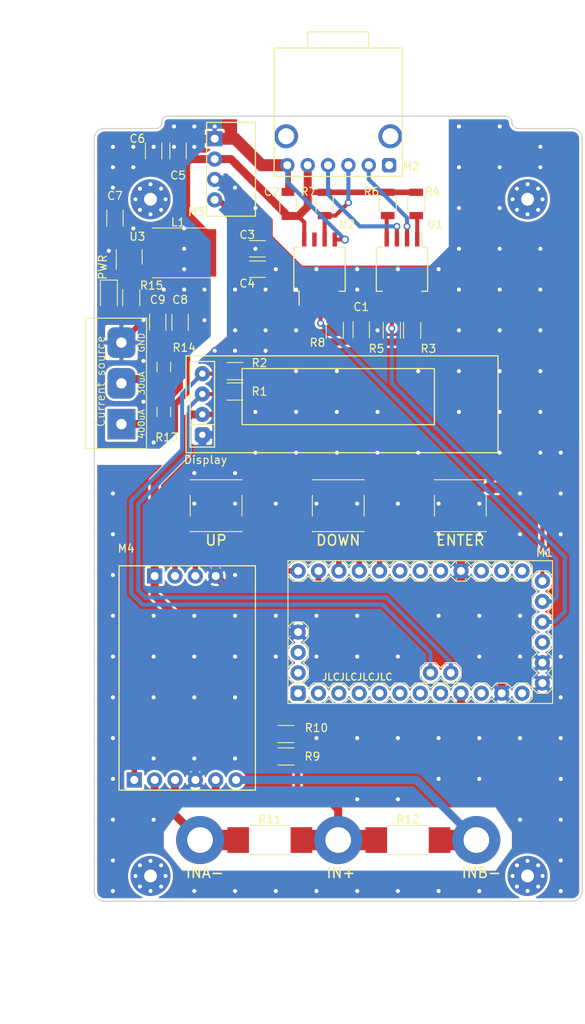
<source format=kicad_pcb>
(kicad_pcb (version 20171130) (host pcbnew "(5.1.6)-1")
  (layers (0 F.Cu signal) (31 B.Cu signal) (34 B.Paste user hide) (35 F.Paste user) (36 B.SilkS user hide) (37 F.SilkS user) (38 B.Mask user) (39 F.Mask user) (44 Edge.Cuts user))
  (net 0 "")
  (net 1 +5V)
  (net 2 GND)
  (net 3 VCC)
  (net 4 Earth)
  (net 5 "Net-(C7-Pad1)")
  (net 6 "Net-(C8-Pad1)")
  (net 7 "Net-(D1-Pad2)")
  (net 8 /SCL)
  (net 9 /SDA)
  (net 10 "Net-(J2-Pad1)")
  (net 11 "Net-(J3-Pad1)")
  (net 12 "Net-(J4-Pad1)")
  (net 13 "Net-(J5-Pad1)")
  (net 14 "Net-(J5-Pad2)")
  (net 15 RXD)
  (net 16 TXD)
  (net 17 DTR)
  (net 18 DOut)
  (net 19 CLK )
  (net 20 "Net-(M1-Pad28)")
  (net 21 "Net-(M1-Pad27)")
  (net 22 "Net-(M1-Pad26)")
  (net 23 "Net-(M2-Pad2)")
  (net 24 "Net-(M2-Pad3)")
  (net 25 "Net-(M2-Pad4)")
  (net 26 "Net-(M4-Pad1)")
  (net 27 "Net-(R4-Pad1)")
  (net 28 "Net-(R6-Pad1)")
  (net 29 "Net-(R8-Pad1)")
  (module diy-modules:128X32_OLED_I2C_0-91_inch (layer F.Cu) (at 132.25335 89.535)
    (fp_text reference J1)
    (fp_text value Display (at -16.55635 7.874) (layer F.SilkS))
    (pad 4 thru_hole circle (at -16.9545 -2.8575) (size 1.9 1.9) (drill 0.8) (layers *.Cu *.Mask) (net 9 /SDA))
    (pad 3 thru_hole circle (at -16.9545 -0.3175) (size 1.9 1.9) (drill 0.8) (layers *.Cu *.Mask) (net 8 /SCL))
    (pad 2 thru_hole circle (at -16.9545 2.2225) (size 1.9 1.9) (drill 0.8) (layers *.Cu *.Mask) (net 1 +5V))
    (pad 1 thru_hole roundrect (at -16.9545 4.7625) (size 1.9 1.9) (drill 0.8) (layers *.Cu *.Mask) (net 2 GND))
  )
  (module diy-modules:CH340E_BTE17-06 (layer F.Cu) (at 132.25335 54.102 270)
    (fp_text reference M2 (at 6.731 -9.09765) (layer F.SilkS))
    (fp_text value CH340E_BTE17-06)
    (pad "" np_thru_hole circle (at 2.999 6.499 270) (size 3 3) (drill 2) (layers *.Cu *.Mask))
    (pad "" np_thru_hole circle (at 2.999 -6.501 270) (size 3 3) (drill 2) (layers *.Cu *.Mask))
    (pad "" np_thru_hole circle (at -6.501 6.499 270) (size 2 2) (drill 2) (layers B.Cu))
    (pad "" np_thru_hole circle (at -6.501 -6.501 270) (size 2 2) (drill 2) (layers B.Cu))
    (pad 6 thru_hole circle (at 6.604 6.35 270) (size 1.8 1.8) (drill 1) (layers *.Cu *.Mask) (net 4 Earth))
    (pad 5 thru_hole circle (at 6.604 3.81 270) (size 1.8 1.8) (drill 1) (layers *.Cu *.Mask) (net 3 VCC))
    (pad 4 thru_hole circle (at 6.604 1.27 270) (size 1.8 1.8) (drill 1) (layers *.Cu *.Mask) (net 25 "Net-(M2-Pad4)"))
    (pad 3 thru_hole circle (at 6.604 -1.27 270) (size 1.8 1.8) (drill 1) (layers *.Cu *.Mask) (net 24 "Net-(M2-Pad3)"))
    (pad 2 thru_hole circle (at 6.604 -3.81 270) (size 1.8 1.8) (drill 1) (layers *.Cu *.Mask) (net 23 "Net-(M2-Pad2)"))
    (pad 1 thru_hole roundrect (at 6.604 -6.35 270) (size 1.8 1.8) (drill 1) (layers *.Cu *.Mask))
  )
  (module Fiducials:Fiducial_1mm_Dia_2.54mm_Outer_CopperTop (layer F.Cu) (at 106.045 144.78)
    (fp_text reference "" (at 3.4 0.7) (layer F.SilkS))
    (fp_text value "")
    (pad ~ smd circle (at 0 0) (size 1 1) (layers F.Cu F.Paste F.Mask) (clearance 0.77))
  )
  (module Fiducials:Fiducial_1mm_Dia_2.54mm_Outer_CopperTop (layer F.Cu) (at 158.115 144.78)
    (fp_text reference "" (at 3.4 0.7) (layer F.SilkS))
    (fp_text value "")
    (pad ~ smd circle (at 0 0) (size 1 1) (layers F.Cu F.Paste F.Mask) (clearance 0.77))
  )
  (module Fiducials:Fiducial_1mm_Dia_2.54mm_Outer_CopperTop (layer F.Cu) (at 149.86 58.42)
    (fp_text reference "" (at 3.4 0.7) (layer F.SilkS))
    (fp_text value "")
    (pad ~ smd circle (at 0 0) (size 1 1) (layers F.Cu F.Paste F.Mask) (clearance 0.77))
  )
  (module diy-modules:HX711-Module (layer F.Cu) (at 104.902 138.557 90)
    (fp_text reference M4 (at 30.099 0.889) (layer F.SilkS))
    (fp_text value HX711-Module)
    (pad 10 thru_hole rect (at 26.67 4.445 90) (size 1.9 1.9) (drill 1) (layers *.Cu *.Mask) (net 1 +5V))
    (pad 9 thru_hole circle (at 26.67 6.985 90) (size 1.9 1.9) (drill 1) (layers *.Cu *.Mask) (net 18 DOut))
    (pad 8 thru_hole circle (at 26.67 9.525 90) (size 1.9 1.9) (drill 1) (layers *.Cu *.Mask) (net 19 CLK ))
    (pad 7 thru_hole circle (at 26.67 12.065 90) (size 1.9 1.9) (drill 1) (layers *.Cu *.Mask) (net 2 GND))
    (pad 6 thru_hole circle (at 1.27 14.605 90) (size 1.9 1.9) (drill 1) (layers *.Cu *.Mask) (net 12 "Net-(J4-Pad1)"))
    (pad 5 thru_hole circle (at 1.27 12.065 90) (size 1.9 1.9) (drill 1) (layers *.Cu *.Mask) (net 11 "Net-(J3-Pad1)"))
    (pad 4 thru_hole circle (at 1.27 9.525 90) (size 1.9 1.9) (drill 1) (layers *.Cu *.Mask) (net 2 GND))
    (pad 3 thru_hole circle (at 1.27 6.985 90) (size 1.9 1.9) (drill 1) (layers *.Cu *.Mask) (net 11 "Net-(J3-Pad1)"))
    (pad 2 thru_hole circle (at 1.27 4.445 90) (size 1.9 1.9) (drill 1) (layers *.Cu *.Mask) (net 10 "Net-(J2-Pad1)"))
    (pad 1 thru_hole rect (at 1.27 1.905 90) (size 1.9 1.9) (drill 1) (layers *.Cu *.Mask) (net 26 "Net-(M4-Pad1)"))
  )
  (module Housings_SOIC:SO-8_5.3x6.2mm_Pitch1.27mm (layer F.Cu) (at 140.208 73.66 270)
    (fp_text reference U1 (at -5.588 -4.13) (layer F.SilkS))
    (fp_text value HCPL0731)
    (pad 8 smd rect (at 3.7 -1.905 270) (size 1.75 0.55) (layers F.Cu F.Paste F.Mask) (net 1 +5V))
    (pad 7 smd rect (at 3.7 -0.635 270) (size 1.75 0.55) (layers F.Cu F.Paste F.Mask) (net 17 DTR))
    (pad 6 smd rect (at 3.7 0.635 270) (size 1.75 0.55) (layers F.Cu F.Paste F.Mask) (net 15 RXD))
    (pad 5 smd rect (at 3.7 1.905 270) (size 1.75 0.55) (layers F.Cu F.Paste F.Mask) (net 2 GND))
    (pad 4 smd rect (at -3.7 1.905 270) (size 1.75 0.55) (layers F.Cu F.Paste F.Mask) (net 28 "Net-(R6-Pad1)"))
    (pad 3 smd rect (at -3.7 0.635 270) (size 1.75 0.55) (layers F.Cu F.Paste F.Mask) (net 25 "Net-(M2-Pad4)"))
    (pad 2 smd rect (at -3.7 -0.635 270) (size 1.75 0.55) (layers F.Cu F.Paste F.Mask) (net 23 "Net-(M2-Pad2)"))
    (pad 1 smd rect (at -3.7 -1.905 270) (size 1.75 0.55) (layers F.Cu F.Paste F.Mask) (net 27 "Net-(R4-Pad1)"))
  )
  (module Resistors_SMD:R_2512_HandSoldering (layer F.Cu) (at 140.954 144.78)
    (fp_text reference R12 (at 0 -2.6) (layer F.SilkS))
    (fp_text value "0R4 / 0R2")
    (pad 1 smd rect (at -3.95 0) (size 2.7 3.2) (layers F.Cu F.Paste F.Mask) (net 11 "Net-(J3-Pad1)"))
    (pad 2 smd rect (at 3.95 0) (size 2.7 3.2) (layers F.Cu F.Paste F.Mask) (net 12 "Net-(J4-Pad1)"))
  )
  (module Resistors_SMD:R_2512_HandSoldering (layer F.Cu) (at 123.714 144.78)
    (fp_text reference R11 (at 0 -2.6) (layer F.SilkS))
    (fp_text value "1R / 0R5")
    (pad 1 smd rect (at -3.95 0) (size 2.7 3.2) (layers F.Cu F.Paste F.Mask) (net 10 "Net-(J2-Pad1)"))
    (pad 2 smd rect (at 3.95 0) (size 2.7 3.2) (layers F.Cu F.Paste F.Mask) (net 11 "Net-(J3-Pad1)"))
  )
  (module Mounting_Holes:MountingHole_2.5mm_Pad_Via (layer F.Cu) (at 155.88 149.25)
    (fp_text reference REF**)
    (fp_text value MountingHole_2.5mm_Pad_Via)
    (pad "" thru_hole circle (at 0 0) (size 5 5) (drill 1.6) (layers *.Cu *.Mask))
    (pad 1 thru_hole circle (at 1.875 0) (size 0.8 0.8) (drill 0.5) (layers *.Cu *.Mask))
    (pad 1 thru_hole circle (at 1.325825 1.325825) (size 0.8 0.8) (drill 0.5) (layers *.Cu *.Mask))
    (pad 1 thru_hole circle (at 0 1.875) (size 0.8 0.8) (drill 0.5) (layers *.Cu *.Mask))
    (pad 1 thru_hole circle (at -1.325825 1.325825) (size 0.8 0.8) (drill 0.5) (layers *.Cu *.Mask))
    (pad 1 thru_hole circle (at -1.875 0) (size 0.8 0.8) (drill 0.5) (layers *.Cu *.Mask))
    (pad 1 thru_hole circle (at -1.325825 -1.325825) (size 0.8 0.8) (drill 0.5) (layers *.Cu *.Mask))
    (pad 1 thru_hole circle (at 0 -1.875) (size 0.8 0.8) (drill 0.5) (layers *.Cu *.Mask))
    (pad 1 thru_hole circle (at 1.325825 -1.325825) (size 0.8 0.8) (drill 0.5) (layers *.Cu *.Mask))
  )
  (module Mounting_Holes:MountingHole_2.5mm_Pad_Via (layer F.Cu) (at 155.88 64.95)
    (fp_text reference REF**)
    (fp_text value MountingHole_2.5mm_Pad_Via)
    (pad 1 thru_hole circle (at 1.325825 -1.325825) (size 0.8 0.8) (drill 0.5) (layers *.Cu *.Mask))
    (pad 1 thru_hole circle (at 0 -1.875) (size 0.8 0.8) (drill 0.5) (layers *.Cu *.Mask))
    (pad 1 thru_hole circle (at -1.325825 -1.325825) (size 0.8 0.8) (drill 0.5) (layers *.Cu *.Mask))
    (pad 1 thru_hole circle (at -1.875 0) (size 0.8 0.8) (drill 0.5) (layers *.Cu *.Mask))
    (pad 1 thru_hole circle (at -1.325825 1.325825) (size 0.8 0.8) (drill 0.5) (layers *.Cu *.Mask))
    (pad 1 thru_hole circle (at 0 1.875) (size 0.8 0.8) (drill 0.5) (layers *.Cu *.Mask))
    (pad 1 thru_hole circle (at 1.325825 1.325825) (size 0.8 0.8) (drill 0.5) (layers *.Cu *.Mask))
    (pad 1 thru_hole circle (at 1.875 0) (size 0.8 0.8) (drill 0.5) (layers *.Cu *.Mask))
    (pad "" thru_hole circle (at 0 0) (size 5 5) (drill 1.6) (layers *.Cu *.Mask))
  )
  (module Mounting_Holes:MountingHole_2.5mm_Pad_Via (layer F.Cu) (at 108.83 149.25)
    (fp_text reference REF**)
    (fp_text value MountingHole_2.5mm_Pad_Via)
    (pad 1 thru_hole circle (at 1.325825 -1.325825) (size 0.8 0.8) (drill 0.5) (layers *.Cu *.Mask))
    (pad 1 thru_hole circle (at 0 -1.875) (size 0.8 0.8) (drill 0.5) (layers *.Cu *.Mask))
    (pad 1 thru_hole circle (at -1.325825 -1.325825) (size 0.8 0.8) (drill 0.5) (layers *.Cu *.Mask))
    (pad 1 thru_hole circle (at -1.875 0) (size 0.8 0.8) (drill 0.5) (layers *.Cu *.Mask))
    (pad 1 thru_hole circle (at -1.325825 1.325825) (size 0.8 0.8) (drill 0.5) (layers *.Cu *.Mask))
    (pad 1 thru_hole circle (at 0 1.875) (size 0.8 0.8) (drill 0.5) (layers *.Cu *.Mask))
    (pad 1 thru_hole circle (at 1.325825 1.325825) (size 0.8 0.8) (drill 0.5) (layers *.Cu *.Mask))
    (pad 1 thru_hole circle (at 1.875 0) (size 0.8 0.8) (drill 0.5) (layers *.Cu *.Mask))
    (pad "" thru_hole circle (at 0 0) (size 5 5) (drill 1.6) (layers *.Cu *.Mask))
  )
  (module Mounting_Holes:MountingHole_2.5mm_Pad_Via (layer F.Cu) (at 108.83 64.95)
    (fp_text reference REF**)
    (fp_text value MountingHole_2.5mm_Pad_Via)
    (pad "" thru_hole circle (at 0 0) (size 5 5) (drill 1.6) (layers *.Cu *.Mask))
    (pad 1 thru_hole circle (at 1.875 0) (size 0.8 0.8) (drill 0.5) (layers *.Cu *.Mask))
    (pad 1 thru_hole circle (at 1.325825 1.325825) (size 0.8 0.8) (drill 0.5) (layers *.Cu *.Mask))
    (pad 1 thru_hole circle (at 0 1.875) (size 0.8 0.8) (drill 0.5) (layers *.Cu *.Mask))
    (pad 1 thru_hole circle (at -1.325825 1.325825) (size 0.8 0.8) (drill 0.5) (layers *.Cu *.Mask))
    (pad 1 thru_hole circle (at -1.875 0) (size 0.8 0.8) (drill 0.5) (layers *.Cu *.Mask))
    (pad 1 thru_hole circle (at -1.325825 -1.325825) (size 0.8 0.8) (drill 0.5) (layers *.Cu *.Mask))
    (pad 1 thru_hole circle (at 0 -1.875) (size 0.8 0.8) (drill 0.5) (layers *.Cu *.Mask))
    (pad 1 thru_hole circle (at 1.325825 -1.325825) (size 0.8 0.8) (drill 0.5) (layers *.Cu *.Mask))
  )
  (module Capacitors_SMD:C_1206 (layer F.Cu) (at 135.128 81.2165 270)
    (fp_text reference C1 (at -2.8575 0) (layer F.SilkS))
    (fp_text value 100n)
    (pad 2 smd rect (at 1.5 0 270) (size 1 1.6) (layers F.Cu F.Paste F.Mask) (net 1 +5V))
    (pad 1 smd rect (at -1.5 0 270) (size 1 1.6) (layers F.Cu F.Paste F.Mask) (net 2 GND))
  )
  (module Capacitors_SMD:C_1206 (layer F.Cu) (at 125.984 65.532 270)
    (fp_text reference C2 (at -1.524 2.032) (layer F.SilkS))
    (fp_text value 100n)
    (pad 2 smd rect (at 1.5 0 270) (size 1 1.6) (layers F.Cu F.Paste F.Mask) (net 3 VCC))
    (pad 1 smd rect (at -1.5 0 270) (size 1 1.6) (layers F.Cu F.Paste F.Mask) (net 4 Earth))
  )
  (module Capacitors_SMD:C_1206 (layer F.Cu) (at 122.174 71.12)
    (fp_text reference C3 (at -1.27 -1.75) (layer F.SilkS))
    (fp_text value 100n)
    (pad 2 smd rect (at 1.5 0) (size 1 1.6) (layers F.Cu F.Paste F.Mask) (net 2 GND))
    (pad 1 smd rect (at -1.5 0) (size 1 1.6) (layers F.Cu F.Paste F.Mask) (net 1 +5V))
  )
  (module Capacitors_SMD:C_1206 (layer F.Cu) (at 122.174 73.66)
    (fp_text reference C4 (at -1.27 1.778) (layer F.SilkS))
    (fp_text value 47u)
    (pad 1 smd rect (at -1.5 0) (size 1 1.6) (layers F.Cu F.Paste F.Mask) (net 1 +5V))
    (pad 2 smd rect (at 1.5 0) (size 1 1.6) (layers F.Cu F.Paste F.Mask) (net 2 GND))
  )
  (module Capacitors_SMD:C_1206 (layer F.Cu) (at 112.268 58.928 90)
    (fp_text reference C5 (at -3.048 0 180) (layer F.SilkS))
    (fp_text value 1u)
    (pad 1 smd rect (at -1.5 0 90) (size 1 1.6) (layers F.Cu F.Paste F.Mask) (net 3 VCC))
    (pad 2 smd rect (at 1.5 0 90) (size 1 1.6) (layers F.Cu F.Paste F.Mask) (net 4 Earth))
  )
  (module Capacitors_SMD:C_1206 (layer F.Cu) (at 109.22 58.928 90)
    (fp_text reference C6 (at 1.524 -2.032 180) (layer F.SilkS))
    (fp_text value 100n)
    (pad 2 smd rect (at 1.5 0 90) (size 1 1.6) (layers F.Cu F.Paste F.Mask) (net 4 Earth))
    (pad 1 smd rect (at -1.5 0 90) (size 1 1.6) (layers F.Cu F.Paste F.Mask) (net 3 VCC))
  )
  (module Capacitors_SMD:C_1206 (layer F.Cu) (at 104.394 67.31 90)
    (fp_text reference C7 (at 2.794 0 180) (layer F.SilkS))
    (fp_text value 1u)
    (pad 1 smd rect (at -1.5 0 90) (size 1 1.6) (layers F.Cu F.Paste F.Mask) (net 5 "Net-(C7-Pad1)"))
    (pad 2 smd rect (at 1.5 0 90) (size 1 1.6) (layers F.Cu F.Paste F.Mask) (net 4 Earth))
  )
  (module Capacitors_SMD:C_1206 (layer F.Cu) (at 112.522 80.264 90)
    (fp_text reference C8 (at 2.794 0 180) (layer F.SilkS))
    (fp_text value 100n)
    (pad 2 smd rect (at 1.5 0 90) (size 1 1.6) (layers F.Cu F.Paste F.Mask) (net 4 Earth))
    (pad 1 smd rect (at -1.5 0 90) (size 1 1.6) (layers F.Cu F.Paste F.Mask) (net 6 "Net-(C8-Pad1)"))
  )
  (module Capacitors_SMD:C_1206 (layer F.Cu) (at 109.728 80.264 90)
    (fp_text reference C9 (at 2.794 0 180) (layer F.SilkS))
    (fp_text value 10u)
    (pad 1 smd rect (at -1.5 0 90) (size 1 1.6) (layers F.Cu F.Paste F.Mask) (net 6 "Net-(C8-Pad1)"))
    (pad 2 smd rect (at 1.5 0 90) (size 1 1.6) (layers F.Cu F.Paste F.Mask) (net 4 Earth))
  )
  (module Diodes_SMD:D_1206 (layer F.Cu) (at 103.632 77.216 270)
    (fp_text reference D1)
    (fp_text value PWR (at -3.81 0.762 270) (layer F.SilkS))
    (pad 2 smd rect (at 1.5 0 270) (size 1 1.6) (layers F.Cu F.Paste F.Mask) (net 7 "Net-(D1-Pad2)"))
    (pad 1 smd rect (at -1.5 0 270) (size 1 1.6) (layers F.Cu F.Paste F.Mask) (net 4 Earth))
  )
  (module Mounting_Holes:MountingHole_2.2mm_M2_Pad (layer F.Cu) (at 115.01335 144.78)
    (fp_text reference J2)
    (fp_text value INA- (at 0.58865 4.064) (layer F.SilkS) (effects (font (size 1.3 1.3) (thickness 0.2))))
    (pad 1 thru_hole circle (at 0 0) (size 6 6) (drill 3.2) (layers *.Cu *.Mask) (net 10 "Net-(J2-Pad1)"))
  )
  (module Mounting_Holes:MountingHole_2.2mm_M2_Pad (layer F.Cu) (at 132.25335 144.78)
    (fp_text reference J3)
    (fp_text value IN+ (at 0.33465 4.064) (layer F.SilkS) (effects (font (size 1.3 1.3) (thickness 0.2))))
    (pad 1 thru_hole circle (at 0 0) (size 6 6) (drill 3.2) (layers *.Cu *.Mask) (net 11 "Net-(J3-Pad1)"))
  )
  (module Mounting_Holes:MountingHole_2.2mm_M2_Pad (layer F.Cu) (at 149.49335 144.78)
    (fp_text reference J4)
    (fp_text value INB- (at 0.62065 4.064) (layer F.SilkS) (effects (font (size 1.3 1.3) (thickness 0.2))))
    (pad 1 thru_hole circle (at 0 0) (size 6 6) (drill 3.2) (layers *.Cu *.Mask) (net 12 "Net-(J4-Pad1)"))
  )
  (module Terminal_Block:CONN_3 (layer F.Cu) (at 104.902 87.884 90)
    (fp_text reference J5)
    (fp_text value "Current source" (at 0.254 -2.286 90) (layer F.SilkS) (effects (font (size 1.016 1.016) (thickness 0.12))))
    (pad 1 thru_hole rect (at -5.08 0.298 90) (size 3.81 3.5) (drill 1.2954) (layers *.Cu *.Mask) (net 13 "Net-(J5-Pad1)"))
    (pad 2 thru_hole roundrect (at 0 0.298 90) (size 3.81 3.5) (drill 1.2954) (layers *.Cu *.Mask) (net 14 "Net-(J5-Pad2)"))
    (pad 3 thru_hole roundrect (at 5.08 0.298 90) (size 3.81 3.5) (drill 1.2954) (layers *.Cu *.Mask) (net 4 Earth))
  )
  (module Inductors_SMD:L_Taiyo-Yuden_NR-60xx_HandSoldering (layer F.Cu) (at 113.03 71.628 180)
    (fp_text reference L1 (at 0.762 3.81) (layer F.SilkS))
    (fp_text value 470uH)
    (pad 2 smd rect (at 2.775 0 180) (size 2.45 5.9) (layers F.Cu F.Paste F.Mask) (net 5 "Net-(C7-Pad1)"))
    (pad 1 smd rect (at -2.775 0 180) (size 2.45 5.9) (layers F.Cu F.Paste F.Mask) (net 3 VCC))
  )
  (module diy-modules:diy-modules-ARDUINO-PRO-MINI (layer F.Cu) (at 142.494 118.872 180)
    (fp_text reference M1 (at -15.494 9.906 180) (layer F.SilkS))
    (fp_text value ARDUINO-PRO-MINI-5V)
    (pad 13 thru_hole circle (at -15.24 -6.35 180) (size 1.9 1.9) (drill 0.99822) (layers *.Cu *.Mask) (net 2 GND))
    (pad 14 thru_hole circle (at -15.24 -3.81 180) (size 1.9 1.9) (drill 0.99822) (layers *.Cu *.Mask) (net 2 GND))
    (pad 15 thru_hole circle (at -15.24 -1.27 180) (size 1.9 1.9) (drill 0.99822) (layers *.Cu *.Mask))
    (pad 16 thru_hole circle (at -15.24 1.27 180) (size 1.9 1.9) (drill 0.99822) (layers *.Cu *.Mask) (net 15 RXD))
    (pad 17 thru_hole circle (at -15.24 3.81 180) (size 1.9 1.9) (drill 0.99822) (layers *.Cu *.Mask) (net 16 TXD))
    (pad 18 thru_hole circle (at -15.24 6.35 180) (size 1.9 1.9) (drill 0.99822) (layers *.Cu *.Mask) (net 17 DTR))
    (pad 34 thru_hole circle (at -1.27 -5.08 180) (size 1.9 1.9) (drill 0.99822) (layers *.Cu *.Mask) (net 9 /SDA))
    (pad 35 thru_hole circle (at -3.81 -5.08 180) (size 1.9 1.9) (drill 0.99822) (layers *.Cu *.Mask) (net 8 /SCL))
    (pad 31 thru_hole circle (at 15.24 0 180) (size 1.9 1.9) (drill 0.99822) (layers *.Cu *.Mask) (net 2 GND))
    (pad 32 thru_hole circle (at 15.24 -2.54 180) (size 1.9 1.9) (drill 0.99822) (layers *.Cu *.Mask))
    (pad 33 thru_hole circle (at 15.24 -5.08 180) (size 1.9 1.9) (drill 0.99822) (layers *.Cu *.Mask))
    (pad 12 thru_hole circle (at -12.7 -7.62 180) (size 1.9 1.9) (drill 0.99822) (layers *.Cu *.Mask))
    (pad 11 thru_hole circle (at -10.16 -7.62 180) (size 1.9 1.9) (drill 0.99822) (layers *.Cu *.Mask) (net 2 GND))
    (pad 10 thru_hole circle (at -7.62 -7.62 180) (size 1.9 1.9) (drill 0.99822) (layers *.Cu *.Mask))
    (pad 9 thru_hole circle (at -5.08 -7.62 180) (size 1.9 1.9) (drill 0.99822) (layers *.Cu *.Mask) (net 1 +5V))
    (pad 8 thru_hole circle (at -2.54 -7.62 180) (size 1.9 1.9) (drill 0.99822) (layers *.Cu *.Mask))
    (pad 7 thru_hole circle (at 0 -7.62 180) (size 1.9 1.9) (drill 0.99822) (layers *.Cu *.Mask))
    (pad 6 thru_hole circle (at 2.54 -7.62 180) (size 1.9 1.9) (drill 0.99822) (layers *.Cu *.Mask))
    (pad 5 thru_hole circle (at 5.08 -7.62 180) (size 1.9 1.9) (drill 0.99822) (layers *.Cu *.Mask))
    (pad 4 thru_hole circle (at 7.62 -7.62 180) (size 1.9 1.9) (drill 0.99822) (layers *.Cu *.Mask))
    (pad 3 thru_hole circle (at 10.16 -7.62 180) (size 1.9 1.9) (drill 0.99822) (layers *.Cu *.Mask))
    (pad 2 thru_hole circle (at 12.7 -7.62 180) (size 1.9 1.9) (drill 0.99822) (layers *.Cu *.Mask))
    (pad 1 thru_hole roundrect (at 15.24 -7.62 180) (size 1.9 1.9) (drill 0.99822) (layers *.Cu *.Mask))
    (pad 30 thru_hole circle (at 15.24 7.62 180) (size 1.9 1.9) (drill 0.99822) (layers *.Cu *.Mask) (net 18 DOut))
    (pad 29 thru_hole circle (at 12.7 7.62 180) (size 1.9 1.9) (drill 0.99822) (layers *.Cu *.Mask) (net 19 CLK ))
    (pad 28 thru_hole circle (at 10.16 7.62 180) (size 1.9 1.9) (drill 0.99822) (layers *.Cu *.Mask) (net 20 "Net-(M1-Pad28)"))
    (pad 27 thru_hole circle (at 7.62 7.62 180) (size 1.9 1.9) (drill 0.99822) (layers *.Cu *.Mask) (net 21 "Net-(M1-Pad27)"))
    (pad 26 thru_hole circle (at 5.08 7.62 180) (size 1.9 1.9) (drill 0.99822) (layers *.Cu *.Mask) (net 22 "Net-(M1-Pad26)"))
    (pad 25 thru_hole circle (at 2.54 7.62 180) (size 1.9 1.9) (drill 0.99822) (layers *.Cu *.Mask))
    (pad 24 thru_hole circle (at 0 7.62 180) (size 1.9 1.9) (drill 0.99822) (layers *.Cu *.Mask))
    (pad 23 thru_hole circle (at -2.54 7.62 180) (size 1.9 1.9) (drill 0.99822) (layers *.Cu *.Mask))
    (pad 22 thru_hole circle (at -5.08 7.62 180) (size 1.9 1.9) (drill 0.99822) (layers *.Cu *.Mask) (net 2 GND))
    (pad 21 thru_hole circle (at -7.62 7.62 180) (size 1.9 1.9) (drill 0.99822) (layers *.Cu *.Mask))
    (pad 20 thru_hole circle (at -10.16 7.62 180) (size 1.9 1.9) (drill 0.99822) (layers *.Cu *.Mask))
    (pad 19 thru_hole circle (at -12.7 7.62 180) (size 1.9 1.9) (drill 0.99822) (layers *.Cu *.Mask))
  )
  (module diy-modules:BxxyyS-1W (layer F.Cu) (at 116.84 57.404 270)
    (fp_text reference M3 (at 9.144 2.286) (layer F.SilkS))
    (fp_text value B0505S-1W)
    (pad 1 thru_hole rect (at 0 0 270) (size 1.9 1.9) (drill 1) (layers *.Cu *.Mask) (net 4 Earth))
    (pad 2 thru_hole circle (at 2.54 0 270) (size 1.9 1.9) (drill 1) (layers *.Cu *.Mask) (net 3 VCC))
    (pad 3 thru_hole circle (at 5.08 0 270) (size 1.9 1.9) (drill 1) (layers *.Cu *.Mask) (net 2 GND))
    (pad 4 thru_hole circle (at 7.62 0 270) (size 1.9 1.9) (drill 1) (layers *.Cu *.Mask) (net 1 +5V))
  )
  (module Resistors_SMD:R_1206 (layer F.Cu) (at 119.38 88.9 180)
    (fp_text reference R1 (at -3.048 0) (layer F.SilkS))
    (fp_text value 4k7)
    (pad 2 smd rect (at 1.45 0 180) (size 0.9 1.7) (layers F.Cu F.Paste F.Mask) (net 8 /SCL))
    (pad 1 smd rect (at -1.45 0 180) (size 0.9 1.7) (layers F.Cu F.Paste F.Mask) (net 1 +5V))
  )
  (module Resistors_SMD:R_1206 (layer F.Cu) (at 119.38 86.360001 180)
    (fp_text reference R2 (at -3.048 1.016001) (layer F.SilkS))
    (fp_text value 4k7)
    (pad 1 smd rect (at -1.45 0 180) (size 0.9 1.7) (layers F.Cu F.Paste F.Mask) (net 1 +5V))
    (pad 2 smd rect (at 1.45 0 180) (size 0.9 1.7) (layers F.Cu F.Paste F.Mask) (net 9 /SDA))
  )
  (module Resistors_SMD:R_1206 (layer F.Cu) (at 141.478 81.28 90)
    (fp_text reference R3 (at -2.286 2.032 180) (layer F.SilkS))
    (fp_text value 4k7)
    (pad 2 smd rect (at 1.45 0 90) (size 0.9 1.7) (layers F.Cu F.Paste F.Mask) (net 17 DTR))
    (pad 1 smd rect (at -1.45 0 90) (size 0.9 1.7) (layers F.Cu F.Paste F.Mask) (net 1 +5V))
  )
  (module Resistors_SMD:R_1206 (layer F.Cu) (at 141.986 65.532 90)
    (fp_text reference R4 (at 1.524 2.032 180) (layer F.SilkS))
    (fp_text value 1k)
    (pad 1 smd rect (at -1.45 0 90) (size 0.9 1.7) (layers F.Cu F.Paste F.Mask) (net 27 "Net-(R4-Pad1)"))
    (pad 2 smd rect (at 1.45 0 90) (size 0.9 1.7) (layers F.Cu F.Paste F.Mask) (net 3 VCC))
  )
  (module Resistors_SMD:R_1206 (layer F.Cu) (at 138.938 81.28 90)
    (fp_text reference R5 (at -2.286 -1.905 180) (layer F.SilkS))
    (fp_text value 4k7)
    (pad 2 smd rect (at 1.45 0 90) (size 0.9 1.7) (layers F.Cu F.Paste F.Mask) (net 15 RXD))
    (pad 1 smd rect (at -1.45 0 90) (size 0.9 1.7) (layers F.Cu F.Paste F.Mask) (net 1 +5V))
  )
  (module Resistors_SMD:R_1206 (layer F.Cu) (at 138.43 65.532 90)
    (fp_text reference R6 (at 1.524 -2.032 180) (layer F.SilkS))
    (fp_text value 1k)
    (pad 2 smd rect (at 1.45 0 90) (size 0.9 1.7) (layers F.Cu F.Paste F.Mask) (net 3 VCC))
    (pad 1 smd rect (at -1.45 0 90) (size 0.9 1.7) (layers F.Cu F.Paste F.Mask) (net 28 "Net-(R6-Pad1)"))
  )
  (module Resistors_SMD:R_1206 (layer F.Cu) (at 130.556 65.532 270)
    (fp_text reference R7 (at -1.524 2.032) (layer F.SilkS))
    (fp_text value 4k7)
    (pad 2 smd rect (at 1.45 0 270) (size 0.9 1.7) (layers F.Cu F.Paste F.Mask) (net 24 "Net-(M2-Pad3)"))
    (pad 1 smd rect (at -1.45 0 270) (size 0.9 1.7) (layers F.Cu F.Paste F.Mask) (net 3 VCC))
  )
  (module Resistors_SMD:R_1206 (layer F.Cu) (at 131.826 81.28 270)
    (fp_text reference R8 (at 1.524 2.159) (layer F.SilkS))
    (fp_text value 1k)
    (pad 1 smd rect (at -1.45 0 270) (size 0.9 1.7) (layers F.Cu F.Paste F.Mask) (net 29 "Net-(R8-Pad1)"))
    (pad 2 smd rect (at 1.45 0 270) (size 0.9 1.7) (layers F.Cu F.Paste F.Mask) (net 1 +5V))
  )
  (module Resistors_SMD:R_1206 (layer F.Cu) (at 125.73 134.366)
    (fp_text reference R9 (at 3.302 0) (layer F.SilkS))
    (fp_text value 1k)
    (pad 2 smd rect (at 1.45 0) (size 0.9 1.7) (layers F.Cu F.Paste F.Mask) (net 11 "Net-(J3-Pad1)"))
    (pad 1 smd rect (at -1.45 0) (size 0.9 1.7) (layers F.Cu F.Paste F.Mask) (net 2 GND))
  )
  (module Resistors_SMD:R_1206 (layer F.Cu) (at 125.73 131.572 180)
    (fp_text reference R10 (at -3.81 0.762 180) (layer F.SilkS))
    (fp_text value 1k)
    (pad 1 smd rect (at -1.45 0 180) (size 0.9 1.7) (layers F.Cu F.Paste F.Mask) (net 11 "Net-(J3-Pad1)"))
    (pad 2 smd rect (at 1.45 0 180) (size 0.9 1.7) (layers F.Cu F.Paste F.Mask) (net 26 "Net-(M4-Pad1)"))
  )
  (module Resistors_SMD:R_MiniMELF_MMA-0204 (layer F.Cu) (at 110.49 91.44 270)
    (fp_text reference R13 (at 3.175 -0.381) (layer F.SilkS))
    (fp_text value 100k)
    (pad 1 smd rect (at -1.5 0 270) (size 1.5 1.8) (layers F.Cu F.Paste F.Mask) (net 6 "Net-(C8-Pad1)"))
    (pad 2 smd rect (at 1.5 0 270) (size 1.5 1.8) (layers F.Cu F.Paste F.Mask) (net 13 "Net-(J5-Pad1)"))
  )
  (module Resistors_SMD:R_MiniMELF_MMA-0204 (layer F.Cu) (at 110.49 85.852 270)
    (fp_text reference R14 (at -2.413 -2.54) (layer F.SilkS))
    (fp_text value 7k5)
    (pad 2 smd rect (at 1.5 0 270) (size 1.5 1.8) (layers F.Cu F.Paste F.Mask) (net 14 "Net-(J5-Pad2)"))
    (pad 1 smd rect (at -1.5 0 270) (size 1.5 1.8) (layers F.Cu F.Paste F.Mask) (net 6 "Net-(C8-Pad1)"))
  )
  (module Resistors_SMD:R_1206 (layer F.Cu) (at 106.426 77.216 270)
    (fp_text reference R15 (at -1.524 -2.54) (layer F.SilkS))
    (fp_text value 510)
    (pad 1 smd rect (at -1.45 0 270) (size 0.9 1.7) (layers F.Cu F.Paste F.Mask) (net 6 "Net-(C8-Pad1)"))
    (pad 2 smd rect (at 1.45 0 270) (size 0.9 1.7) (layers F.Cu F.Paste F.Mask) (net 7 "Net-(D1-Pad2)"))
  )
  (module Buttons_Switches_SMD:SW_SPST_PTS645 (layer F.Cu) (at 147.49335 103.124)
    (fp_text reference SW1)
    (fp_text value ENTER (at 0 4.318) (layer F.SilkS) (effects (font (size 1.3 1.3) (thickness 0.2))))
    (pad 2 smd rect (at 3.98 2.25) (size 1.55 1.3) (layers F.Cu F.Mask) (net 22 "Net-(M1-Pad26)"))
    (pad 1 smd rect (at 3.98 -2.25) (size 1.55 1.3) (layers F.Cu F.Mask) (net 2 GND))
    (pad 1 smd rect (at -3.98 -2.25) (size 1.55 1.3) (layers F.Cu F.Mask) (net 2 GND))
    (pad 2 smd rect (at -3.98 2.25) (size 1.55 1.3) (layers F.Cu F.Mask) (net 22 "Net-(M1-Pad26)"))
  )
  (module Buttons_Switches_SMD:SW_SPST_PTS645 (layer F.Cu) (at 132.25335 103.124)
    (fp_text reference SW2)
    (fp_text value DOWN (at 0 4.318) (layer F.SilkS) (effects (font (size 1.3 1.3) (thickness 0.2))))
    (pad 2 smd rect (at -3.98 2.25) (size 1.55 1.3) (layers F.Cu F.Mask) (net 21 "Net-(M1-Pad27)"))
    (pad 1 smd rect (at -3.98 -2.25) (size 1.55 1.3) (layers F.Cu F.Mask) (net 2 GND))
    (pad 1 smd rect (at 3.98 -2.25) (size 1.55 1.3) (layers F.Cu F.Mask) (net 2 GND))
    (pad 2 smd rect (at 3.98 2.25) (size 1.55 1.3) (layers F.Cu F.Mask) (net 21 "Net-(M1-Pad27)"))
  )
  (module Buttons_Switches_SMD:SW_SPST_PTS645 (layer F.Cu) (at 117.01335 103.124)
    (fp_text reference SW3)
    (fp_text value UP (at 0 4.318) (layer F.SilkS) (effects (font (size 1.3 1.3) (thickness 0.2))))
    (pad 2 smd rect (at 3.98 2.25) (size 1.55 1.3) (layers F.Cu F.Mask) (net 20 "Net-(M1-Pad28)"))
    (pad 1 smd rect (at 3.98 -2.25) (size 1.55 1.3) (layers F.Cu F.Mask) (net 2 GND))
    (pad 1 smd rect (at -3.98 -2.25) (size 1.55 1.3) (layers F.Cu F.Mask) (net 2 GND))
    (pad 2 smd rect (at -3.98 2.25) (size 1.55 1.3) (layers F.Cu F.Mask) (net 20 "Net-(M1-Pad28)"))
  )
  (module Housings_SOIC:SO-8_5.3x6.2mm_Pitch1.27mm (layer F.Cu) (at 129.921 73.66 90)
    (fp_text reference U2 (at 5.588 3.429 180) (layer F.SilkS))
    (fp_text value HCPL0731)
    (pad 1 smd rect (at -3.7 -1.905 90) (size 1.75 0.55) (layers F.Cu F.Paste F.Mask))
    (pad 2 smd rect (at -3.7 -0.635 90) (size 1.75 0.55) (layers F.Cu F.Paste F.Mask))
    (pad 3 smd rect (at -3.7 0.635 90) (size 1.75 0.55) (layers F.Cu F.Paste F.Mask) (net 16 TXD))
    (pad 4 smd rect (at -3.7 1.905 90) (size 1.75 0.55) (layers F.Cu F.Paste F.Mask) (net 29 "Net-(R8-Pad1)"))
    (pad 5 smd rect (at 3.7 1.905 90) (size 1.75 0.55) (layers F.Cu F.Paste F.Mask) (net 4 Earth))
    (pad 6 smd rect (at 3.7 0.635 90) (size 1.75 0.55) (layers F.Cu F.Paste F.Mask) (net 24 "Net-(M2-Pad3)"))
    (pad 7 smd rect (at 3.7 -0.635 90) (size 1.75 0.55) (layers F.Cu F.Paste F.Mask))
    (pad 8 smd rect (at 3.7 -1.905 90) (size 1.75 0.55) (layers F.Cu F.Paste F.Mask) (net 3 VCC))
  )
  (module TO_SOT_Packages_SMD:SOT-23-6 (layer F.Cu) (at 106.172 72.136 90)
    (fp_text reference U3 (at 2.54 1.016 180) (layer F.SilkS))
    (fp_text value MCP1501T-30E_CHY)
    (pad 5 smd rect (at 1.1 0 90) (size 1.06 0.65) (layers F.Cu F.Paste F.Mask) (net 4 Earth))
    (pad 6 smd rect (at 1.1 -0.95 90) (size 1.06 0.65) (layers F.Cu F.Paste F.Mask) (net 5 "Net-(C7-Pad1)"))
    (pad 4 smd rect (at 1.1 0.95 90) (size 1.06 0.65) (layers F.Cu F.Paste F.Mask) (net 5 "Net-(C7-Pad1)"))
    (pad 3 smd rect (at -1.1 0.95 90) (size 1.06 0.65) (layers F.Cu F.Paste F.Mask) (net 4 Earth))
    (pad 2 smd rect (at -1.1 0 90) (size 1.06 0.65) (layers F.Cu F.Paste F.Mask) (net 4 Earth))
    (pad 1 smd rect (at -1.1 -0.95 90) (size 1.06 0.65) (layers F.Cu F.Paste F.Mask) (net 6 "Net-(C8-Pad1)"))
  )
  (module w_logo:Logo_copper_OSHW_6x6mm (layer F.Cu) (at 154.94 136.144)
    (fp_text reference G***)
    (fp_text value LOGO)
    (fp_poly (pts (xy -1.51384 2.24536) (xy -1.48844 2.23012) (xy -1.43002 2.19456) (xy -1.3462 2.13868) (xy -1.24714 2.07264) (xy -1.14808 2.0066) (xy -1.0668 1.95326) (xy -1.01092 1.91516) (xy -0.98552 1.90246) (xy -0.97282 1.90754) (xy -0.9271 1.9304) (xy -0.85852 1.96596) (xy -0.81788 1.98628) (xy -0.75692 2.01168) (xy -0.7239 2.0193) (xy -0.71882 2.00914) (xy -0.69596 1.96088) (xy -0.6604 1.8796) (xy -0.61468 1.77038) (xy -0.5588 1.64338) (xy -0.50292 1.50876) (xy -0.4445 1.36906) (xy -0.38862 1.23444) (xy -0.34036 1.11506) (xy -0.29972 1.01854) (xy -0.27432 0.94996) (xy -0.26416 0.92202) (xy -0.2667 0.9144) (xy -0.29972 0.88392) (xy -0.35306 0.84328) (xy -0.47244 0.74676) (xy -0.58928 0.60198) (xy -0.6604 0.43688) (xy -0.68326 0.25146) (xy -0.66294 0.08128) (xy -0.5969 -0.08128) (xy -0.4826 -0.2286) (xy -0.3429 -0.33782) (xy -0.18034 -0.4064) (xy 0 -0.42926) (xy 0.17272 -0.40894) (xy 0.34036 -0.3429) (xy 0.48768 -0.23114) (xy 0.55118 -0.16002) (xy 0.63754 -0.01016) (xy 0.6858 0.14732) (xy 0.69088 0.18796) (xy 0.68326 0.36322) (xy 0.63246 0.5334) (xy 0.53848 0.68326) (xy 0.40894 0.80772) (xy 0.3937 0.81788) (xy 0.33528 0.8636) (xy 0.29464 0.89408) (xy 0.26416 0.91948) (xy 0.48768 1.45796) (xy 0.52324 1.54178) (xy 0.5842 1.6891) (xy 0.63754 1.8161) (xy 0.68072 1.9177) (xy 0.7112 1.98374) (xy 0.7239 2.01168) (xy 0.7239 2.01422) (xy 0.74422 2.01676) (xy 0.78486 2.00152) (xy 0.86106 1.96596) (xy 0.90932 1.94056) (xy 0.96774 1.91262) (xy 0.99314 1.90246) (xy 1.016 1.91516) (xy 1.06934 1.95072) (xy 1.15062 2.00406) (xy 1.24714 2.06756) (xy 1.33858 2.13106) (xy 1.4224 2.18694) (xy 1.48336 2.22504) (xy 1.51384 2.24282) (xy 1.51892 2.24282) (xy 1.54432 2.22758) (xy 1.59258 2.18694) (xy 1.66624 2.11836) (xy 1.77038 2.01422) (xy 1.78562 1.99898) (xy 1.87198 1.91262) (xy 1.94056 1.83896) (xy 1.98628 1.78816) (xy 2.00406 1.7653) (xy 1.98882 1.73482) (xy 1.95072 1.67386) (xy 1.89484 1.5875) (xy 1.82626 1.48844) (xy 1.64846 1.22936) (xy 1.74498 0.98552) (xy 1.77546 0.90932) (xy 1.81356 0.82042) (xy 1.8415 0.75438) (xy 1.85674 0.72644) (xy 1.88214 0.71628) (xy 1.95072 0.70104) (xy 2.04724 0.68072) (xy 2.16154 0.6604) (xy 2.2733 0.64008) (xy 2.37236 0.61976) (xy 2.44348 0.60706) (xy 2.4765 0.59944) (xy 2.48412 0.59436) (xy 2.49174 0.57912) (xy 2.49428 0.5461) (xy 2.49682 0.48514) (xy 2.49936 0.39116) (xy 2.49936 0.25146) (xy 2.49936 0.23622) (xy 2.49682 0.10668) (xy 2.49428 0) (xy 2.49174 -0.06604) (xy 2.48666 -0.09398) (xy 2.45618 -0.1016) (xy 2.38506 -0.11684) (xy 2.286 -0.13462) (xy 2.16662 -0.15748) (xy 2.159 -0.16002) (xy 2.04216 -0.18288) (xy 1.9431 -0.2032) (xy 1.87198 -0.21844) (xy 1.84404 -0.2286) (xy 1.83642 -0.23622) (xy 1.81356 -0.28194) (xy 1.78054 -0.3556) (xy 1.7399 -0.4445) (xy 1.7018 -0.53848) (xy 1.66878 -0.6223) (xy 1.64592 -0.68326) (xy 1.6383 -0.7112) (xy 1.64084 -0.71374) (xy 1.65862 -0.74168) (xy 1.69926 -0.80264) (xy 1.75514 -0.88646) (xy 1.82372 -0.98806) (xy 1.8288 -0.99568) (xy 1.89738 -1.09474) (xy 1.95326 -1.1811) (xy 1.98882 -1.23952) (xy 2.00406 -1.26746) (xy 2.00406 -1.27) (xy 1.9812 -1.30048) (xy 1.9304 -1.35636) (xy 1.85674 -1.43256) (xy 1.77038 -1.52146) (xy 1.74244 -1.54686) (xy 1.64338 -1.64338) (xy 1.57734 -1.70434) (xy 1.53416 -1.73736) (xy 1.51384 -1.74498) (xy 1.48336 -1.7272) (xy 1.41986 -1.68656) (xy 1.33604 -1.62814) (xy 1.23444 -1.55956) (xy 1.22682 -1.55448) (xy 1.12776 -1.4859) (xy 1.04394 -1.43002) (xy 0.98552 -1.38938) (xy 0.95758 -1.37414) (xy 0.95504 -1.37414) (xy 0.9144 -1.38684) (xy 0.84328 -1.41224) (xy 0.75438 -1.44526) (xy 0.66294 -1.48336) (xy 0.57912 -1.51892) (xy 0.51562 -1.54686) (xy 0.48514 -1.56464) (xy 0.47498 -1.6002) (xy 0.4572 -1.6764) (xy 0.43688 -1.778) (xy 0.41148 -1.89992) (xy 0.40894 -1.92024) (xy 0.38608 -2.03962) (xy 0.3683 -2.13868) (xy 0.35306 -2.20726) (xy 0.34544 -2.2352) (xy 0.3302 -2.23774) (xy 0.27178 -2.24282) (xy 0.18288 -2.24536) (xy 0.07366 -2.24536) (xy -0.0381 -2.24536) (xy -0.14732 -2.24282) (xy -0.2413 -2.24028) (xy -0.30988 -2.2352) (xy -0.33782 -2.23012) (xy -0.33782 -2.22758) (xy -0.34798 -2.18948) (xy -0.36576 -2.11582) (xy -0.38608 -2.01168) (xy -0.40894 -1.88976) (xy -0.41402 -1.8669) (xy -0.43688 -1.75006) (xy -0.4572 -1.651) (xy -0.4699 -1.58496) (xy -0.47752 -1.55702) (xy -0.49022 -1.55194) (xy -0.53848 -1.53162) (xy -0.61722 -1.4986) (xy -0.71628 -1.45796) (xy -0.94488 -1.36652) (xy -1.22682 -1.55702) (xy -1.25222 -1.5748) (xy -1.35382 -1.64338) (xy -1.4351 -1.69926) (xy -1.49352 -1.73736) (xy -1.51638 -1.75006) (xy -1.51892 -1.75006) (xy -1.54686 -1.72466) (xy -1.60274 -1.67132) (xy -1.67894 -1.59766) (xy -1.76784 -1.5113) (xy -1.83134 -1.44526) (xy -1.91008 -1.36652) (xy -1.95834 -1.31318) (xy -1.98628 -1.28016) (xy -1.9939 -1.25984) (xy -1.99136 -1.2446) (xy -1.97358 -1.21666) (xy -1.93294 -1.1557) (xy -1.87452 -1.06934) (xy -1.80594 -0.97028) (xy -1.75006 -0.88646) (xy -1.6891 -0.79248) (xy -1.651 -0.72644) (xy -1.63576 -0.69342) (xy -1.64084 -0.68072) (xy -1.65862 -0.62484) (xy -1.69418 -0.54102) (xy -1.73482 -0.44196) (xy -1.83388 -0.22098) (xy -1.97866 -0.19304) (xy -2.06756 -0.17526) (xy -2.18948 -0.1524) (xy -2.30886 -0.12954) (xy -2.49174 -0.09398) (xy -2.49936 0.58166) (xy -2.47142 0.59436) (xy -2.44348 0.60198) (xy -2.3749 0.61722) (xy -2.27838 0.63754) (xy -2.16154 0.65786) (xy -2.06502 0.67564) (xy -1.96596 0.69596) (xy -1.89484 0.70866) (xy -1.86436 0.71628) (xy -1.8542 0.72644) (xy -1.83134 0.7747) (xy -1.79578 0.8509) (xy -1.75514 0.94234) (xy -1.71704 1.03632) (xy -1.68148 1.12522) (xy -1.65862 1.19126) (xy -1.64846 1.22428) (xy -1.66116 1.25222) (xy -1.69926 1.31064) (xy -1.7526 1.39192) (xy -1.82118 1.49098) (xy -1.88722 1.5875) (xy -1.94564 1.67132) (xy -1.98374 1.73228) (xy -2.00152 1.76022) (xy -1.99136 1.778) (xy -1.95326 1.82626) (xy -1.8796 1.90246) (xy -1.76784 2.01168) (xy -1.75006 2.02946) (xy -1.6637 2.11328) (xy -1.59004 2.18186) (xy -1.5367 2.22758) (xy -1.51384 2.24536)) (layer F.Cu) (width 0.00254))
    (fp_line (start -2.64 3.04) (end -2.59 3.08) (layer F.Cu) (width 0.075))
    (fp_line (start -2.66 3.01) (end -2.64 3.04) (layer F.Cu) (width 0.075))
    (fp_line (start -2.68 2.95) (end -2.66 3.01) (layer F.Cu) (width 0.075))
    (fp_line (start -2.68 2.75) (end -2.68 2.95) (layer F.Cu) (width 0.075))
    (fp_line (start -2.46 2.66) (end -2.51 2.62) (layer F.Cu) (width 0.075))
    (fp_line (start -2.44 2.69) (end -2.46 2.66) (layer F.Cu) (width 0.075))
    (fp_line (start -2.42 2.75) (end -2.44 2.69) (layer F.Cu) (width 0.075))
    (fp_line (start -2.42 2.95) (end -2.42 2.75) (layer F.Cu) (width 0.075))
    (fp_line (start -2.44 3.02) (end -2.42 2.95) (layer F.Cu) (width 0.075))
    (fp_line (start -2.46 3.05) (end -2.44 3.02) (layer F.Cu) (width 0.075))
    (fp_line (start -2.51 3.08) (end -2.46 3.05) (layer F.Cu) (width 0.075))
    (fp_line (start -2.59 3.08) (end -2.51 3.08) (layer F.Cu) (width 0.075))
    (fp_line (start -2.65 2.68) (end -2.68 2.75) (layer F.Cu) (width 0.075))
    (fp_line (start -2.63 2.65) (end -2.65 2.68) (layer F.Cu) (width 0.075))
    (fp_line (start -2.59 2.62) (end -2.63 2.65) (layer F.Cu) (width 0.075))
    (fp_line (start -2.51 2.62) (end -2.59 2.62) (layer F.Cu) (width 0.075))
    (fp_line (start -2.2 3.32) (end -2.2 2.62) (layer F.Cu) (width 0.075))
    (fp_line (start -2.15 3.08) (end -2.2 3.05) (layer F.Cu) (width 0.075))
    (fp_line (start -2.05 3.08) (end -2.15 3.08) (layer F.Cu) (width 0.075))
    (fp_line (start -2.01 3.05) (end -2.05 3.08) (layer F.Cu) (width 0.075))
    (fp_line (start -1.99 3.02) (end -2.01 3.05) (layer F.Cu) (width 0.075))
    (fp_line (start -1.97 2.96) (end -1.99 3.02) (layer F.Cu) (width 0.075))
    (fp_line (start -1.97 2.74) (end -1.97 2.96) (layer F.Cu) (width 0.075))
    (fp_line (start -1.99 2.68) (end -1.97 2.74) (layer F.Cu) (width 0.075))
    (fp_line (start -2.02 2.65) (end -1.99 2.68) (layer F.Cu) (width 0.075))
    (fp_line (start -2.06 2.62) (end -2.02 2.65) (layer F.Cu) (width 0.075))
    (fp_line (start -2.16 2.62) (end -2.06 2.62) (layer F.Cu) (width 0.075))
    (fp_line (start -2.2 2.65) (end -2.16 2.62) (layer F.Cu) (width 0.075))
    (fp_line (start -1.61 3.08) (end -1.56 3.05) (layer F.Cu) (width 0.075))
    (fp_line (start -1.71 3.08) (end -1.61 3.08) (layer F.Cu) (width 0.075))
    (fp_line (start -1.75 3.05) (end -1.71 3.08) (layer F.Cu) (width 0.075))
    (fp_line (start -1.77 2.98) (end -1.75 3.05) (layer F.Cu) (width 0.075))
    (fp_line (start -1.77 2.71) (end -1.77 2.98) (layer F.Cu) (width 0.075))
    (fp_line (start -1.74 2.65) (end -1.77 2.71) (layer F.Cu) (width 0.075))
    (fp_line (start -1.7 2.62) (end -1.74 2.65) (layer F.Cu) (width 0.075))
    (fp_line (start -1.6 2.62) (end -1.7 2.62) (layer F.Cu) (width 0.075))
    (fp_line (start -1.56 2.66) (end -1.6 2.62) (layer F.Cu) (width 0.075))
    (fp_line (start -1.54 2.73) (end -1.56 2.66) (layer F.Cu) (width 0.075))
    (fp_line (start -1.54 2.85) (end -1.54 2.73) (layer F.Cu) (width 0.075))
    (fp_line (start -1.32 2.62) (end -1.32 3.08) (layer F.Cu) (width 0.075))
    (fp_line (start -1.11 2.71) (end -1.11 3.08) (layer F.Cu) (width 0.075))
    (fp_line (start -1.13 2.65) (end -1.11 2.71) (layer F.Cu) (width 0.075))
    (fp_line (start -1.17 2.62) (end -1.13 2.65) (layer F.Cu) (width 0.075))
    (fp_line (start -1.26 2.62) (end -1.17 2.62) (layer F.Cu) (width 0.075))
    (fp_line (start -1.3 2.65) (end -1.26 2.62) (layer F.Cu) (width 0.075))
    (fp_line (start -1.32 2.68) (end -1.3 2.65) (layer F.Cu) (width 0.075))
    (fp_line (start -1.54 2.85) (end -1.77 2.85) (layer F.Cu) (width 0.075))
    (fp_line (start -0.49 2.38) (end -0.49 3.08) (layer F.Cu) (width 0.075))
    (fp_line (start -0.28 2.71) (end -0.28 3.08) (layer F.Cu) (width 0.075))
    (fp_line (start -0.3 2.65) (end -0.28 2.71) (layer F.Cu) (width 0.075))
    (fp_line (start -0.34 2.62) (end -0.3 2.65) (layer F.Cu) (width 0.075))
    (fp_line (start -0.42 2.62) (end -0.34 2.62) (layer F.Cu) (width 0.075))
    (fp_line (start -0.47 2.65) (end -0.42 2.62) (layer F.Cu) (width 0.075))
    (fp_line (start -0.49 2.69) (end -0.47 2.65) (layer F.Cu) (width 0.075))
    (fp_line (start 0.18 2.71) (end 0.18 3.08) (layer F.Cu) (width 0.075))
    (fp_line (start 0.15 2.65) (end 0.18 2.71) (layer F.Cu) (width 0.075))
    (fp_line (start 0.11 2.62) (end 0.15 2.65) (layer F.Cu) (width 0.075))
    (fp_line (start 0.01 2.62) (end 0.11 2.62) (layer F.Cu) (width 0.075))
    (fp_line (start -0.04 2.65) (end 0.01 2.62) (layer F.Cu) (width 0.075))
    (fp_line (start 0.02 2.81) (end -0.03 2.84) (layer F.Cu) (width 0.075))
    (fp_line (start 0.14 2.81) (end 0.02 2.81) (layer F.Cu) (width 0.075))
    (fp_line (start 0.18 2.78) (end 0.14 2.81) (layer F.Cu) (width 0.075))
    (fp_line (start 0.13 3.08) (end 0.18 3.04) (layer F.Cu) (width 0.075))
    (fp_line (start 0.01 3.08) (end 0.13 3.08) (layer F.Cu) (width 0.075))
    (fp_line (start -0.04 3.04) (end 0.01 3.08) (layer F.Cu) (width 0.075))
    (fp_line (start -0.06 2.98) (end -0.04 3.04) (layer F.Cu) (width 0.075))
    (fp_line (start -0.06 2.91) (end -0.06 2.98) (layer F.Cu) (width 0.075))
    (fp_line (start -0.03 2.84) (end -0.06 2.91) (layer F.Cu) (width 0.075))
    (fp_line (start 0.42 2.62) (end 0.42 3.08) (layer F.Cu) (width 0.075))
    (fp_line (start 0.51 2.62) (end 0.56 2.62) (layer F.Cu) (width 0.075))
    (fp_line (start 0.46 2.65) (end 0.51 2.62) (layer F.Cu) (width 0.075))
    (fp_line (start 0.44 2.67) (end 0.46 2.65) (layer F.Cu) (width 0.075))
    (fp_line (start 0.42 2.74) (end 0.44 2.67) (layer F.Cu) (width 0.075))
    (fp_line (start 0.94 2.38) (end 0.94 3.08) (layer F.Cu) (width 0.075))
    (fp_line (start 0.88 2.61) (end 0.94 2.65) (layer F.Cu) (width 0.075))
    (fp_line (start 0.81 2.61) (end 0.88 2.61) (layer F.Cu) (width 0.075))
    (fp_line (start 0.75 2.65) (end 0.81 2.61) (layer F.Cu) (width 0.075))
    (fp_line (start 0.73 2.68) (end 0.75 2.65) (layer F.Cu) (width 0.075))
    (fp_line (start 0.7 2.75) (end 0.73 2.68) (layer F.Cu) (width 0.075))
    (fp_line (start 0.7 2.95) (end 0.7 2.75) (layer F.Cu) (width 0.075))
    (fp_line (start 0.73 3.02) (end 0.7 2.95) (layer F.Cu) (width 0.075))
    (fp_line (start 0.75 3.05) (end 0.73 3.02) (layer F.Cu) (width 0.075))
    (fp_line (start 0.79 3.08) (end 0.75 3.05) (layer F.Cu) (width 0.075))
    (fp_line (start 0.9 3.08) (end 0.79 3.08) (layer F.Cu) (width 0.075))
    (fp_line (start 0.94 3.05) (end 0.9 3.08) (layer F.Cu) (width 0.075))
    (fp_line (start 1.42 3.08) (end 1.52 2.62) (layer F.Cu) (width 0.075))
    (fp_line (start 1.32 2.74) (end 1.42 3.08) (layer F.Cu) (width 0.075))
    (fp_line (start 1.23 3.08) (end 1.32 2.74) (layer F.Cu) (width 0.075))
    (fp_line (start 1.13 2.62) (end 1.23 3.08) (layer F.Cu) (width 0.075))
    (fp_line (start 1.71 2.84) (end 1.68 2.91) (layer F.Cu) (width 0.075))
    (fp_line (start 1.68 2.91) (end 1.68 2.98) (layer F.Cu) (width 0.075))
    (fp_line (start 1.68 2.98) (end 1.7 3.04) (layer F.Cu) (width 0.075))
    (fp_line (start 1.7 3.04) (end 1.75 3.08) (layer F.Cu) (width 0.075))
    (fp_line (start 1.75 3.08) (end 1.87 3.08) (layer F.Cu) (width 0.075))
    (fp_line (start 1.87 3.08) (end 1.92 3.04) (layer F.Cu) (width 0.075))
    (fp_line (start 1.92 2.78) (end 1.88 2.81) (layer F.Cu) (width 0.075))
    (fp_line (start 1.88 2.81) (end 1.76 2.81) (layer F.Cu) (width 0.075))
    (fp_line (start 1.76 2.81) (end 1.71 2.84) (layer F.Cu) (width 0.075))
    (fp_line (start 1.7 2.65) (end 1.75 2.62) (layer F.Cu) (width 0.075))
    (fp_line (start 1.75 2.62) (end 1.85 2.62) (layer F.Cu) (width 0.075))
    (fp_line (start 1.85 2.62) (end 1.89 2.65) (layer F.Cu) (width 0.075))
    (fp_line (start 1.89 2.65) (end 1.92 2.71) (layer F.Cu) (width 0.075))
    (fp_line (start 1.92 2.71) (end 1.92 3.08) (layer F.Cu) (width 0.075))
    (fp_line (start 2.67 2.85) (end 2.44 2.85) (layer F.Cu) (width 0.075))
    (fp_line (start 2.67 2.85) (end 2.67 2.73) (layer F.Cu) (width 0.075))
    (fp_line (start 2.67 2.73) (end 2.65 2.66) (layer F.Cu) (width 0.075))
    (fp_line (start 2.65 2.66) (end 2.61 2.62) (layer F.Cu) (width 0.075))
    (fp_line (start 2.61 2.62) (end 2.51 2.62) (layer F.Cu) (width 0.075))
    (fp_line (start 2.51 2.62) (end 2.47 2.65) (layer F.Cu) (width 0.075))
    (fp_line (start 2.47 2.65) (end 2.44 2.71) (layer F.Cu) (width 0.075))
    (fp_line (start 2.44 2.71) (end 2.44 2.98) (layer F.Cu) (width 0.075))
    (fp_line (start 2.44 2.98) (end 2.46 3.05) (layer F.Cu) (width 0.075))
    (fp_line (start 2.46 3.05) (end 2.5 3.08) (layer F.Cu) (width 0.075))
    (fp_line (start 2.5 3.08) (end 2.6 3.08) (layer F.Cu) (width 0.075))
    (fp_line (start 2.6 3.08) (end 2.65 3.05) (layer F.Cu) (width 0.075))
    (fp_line (start 2.16 2.74) (end 2.18 2.67) (layer F.Cu) (width 0.075))
    (fp_line (start 2.18 2.67) (end 2.2 2.65) (layer F.Cu) (width 0.075))
    (fp_line (start 2.2 2.65) (end 2.25 2.62) (layer F.Cu) (width 0.075))
    (fp_line (start 2.25 2.62) (end 2.3 2.62) (layer F.Cu) (width 0.075))
    (fp_line (start 2.16 2.62) (end 2.16 3.08) (layer F.Cu) (width 0.075))
  )
  (gr_text JLCJLCJLCJLC (at 134.62 124.46) (layer F.SilkS) (effects (font (size 0.85 0.85) (thickness 0.16))))
  (gr_arc (start 154.686 55.372) (end 153.924 55.372) (angle -90) (layer Edge.Cuts) (width 0.15))
  (gr_arc (start 153.162 55.372) (end 153.924 55.372) (angle -90) (layer Edge.Cuts) (width 0.15))
  (gr_arc (start 109.474 55.372) (end 109.474 56.134) (angle -90) (layer Edge.Cuts) (width 0.15))
  (gr_arc (start 110.998 55.372) (end 110.998 54.61) (angle -90) (layer Edge.Cuts) (width 0.15))
  (gr_text "MPro uCurrent Meter v1.0" (at 160.401 76.454 90) (layer F.Cu) (effects (font (size 2 1.8) (thickness 0.4))))
  (gr_text "GND\n" (at 107.696 82.804 90) (layer F.SilkS) (effects (font (size 0.8 0.8) (thickness 0.12))))
  (gr_text 30uA (at 107.696 87.884 90) (layer F.SilkS) (effects (font (size 0.8 0.8) (thickness 0.12))))
  (gr_text 400uA (at 107.696 92.964 90) (layer F.SilkS) (effects (font (size 0.8 0.8) (thickness 0.12))))
  (gr_line (start 110.998 54.61) (end 153.162 54.61) (layer Edge.Cuts) (width 0.15))
  (gr_line (start 103.07828 152.4) (end 161.4297 152.400001) (layer Edge.Cuts) (width 0.15))
  (gr_arc (start 161.4297 151.13) (end 161.4297 152.400001) (angle -90) (layer Edge.Cuts) (width 0.15))
  (gr_arc (start 103.07828 151.129999) (end 101.808279 151.129999) (angle -90) (layer Edge.Cuts) (width 0.15))
  (gr_line (start 109.474 56.134) (end 103.077001 56.133999) (layer Edge.Cuts) (width 0.15))
  (gr_arc (start 103.077001 57.404) (end 103.077001 56.133999) (angle -90) (layer Edge.Cuts) (width 0.15))
  (gr_line (start 161.4297 56.134) (end 154.686 56.134) (layer Edge.Cuts) (width 0.15))
  (gr_arc (start 161.4297 57.404) (end 162.6997 57.404) (angle -90) (layer Edge.Cuts) (width 0.15))
  (gr_line (start 162.6997 57.404) (end 162.699701 151.13) (layer Edge.Cuts) (width 0.15))
  (gr_line (start 101.807 57.404) (end 101.808279 151.129999) (layer Edge.Cuts) (width 0.15))
  (segment (start 120.674 71.12) (end 120.674 73.66) (width 0.700024) (layer F.Cu) (net 1))
  (segment (start 141.478 82.73) (end 138.938 82.73) (width 0.700024) (layer F.Cu) (net 1))
  (segment (start 117.348 65.024) (end 116.84 65.024) (width 0.700024) (layer F.Cu) (net 1))
  (segment (start 120.674 71.12) (end 120.674 68.35) (width 0.700024) (layer F.Cu) (net 1))
  (segment (start 120.674 68.35) (end 117.348 65.024) (width 0.700024) (layer F.Cu) (net 1))
  (segment (start 142.836 82.73) (end 141.478 82.73) (width 0.508) (layer F.Cu) (net 1))
  (segment (start 143.129 82.437) (end 142.836 82.73) (width 0.508) (layer F.Cu) (net 1))
  (segment (start 143.129 78.976) (end 143.129 82.437) (width 0.508) (layer F.Cu) (net 1))
  (segment (start 142.113 77.96) (end 143.129 78.976) (width 0.508) (layer F.Cu) (net 1))
  (segment (start 142.113 77.36) (end 142.113 77.96) (width 0.508) (layer F.Cu) (net 1))
  (segment (start 135.1415 82.73) (end 135.128 82.7165) (width 0.700024) (layer F.Cu) (net 1))
  (segment (start 138.938 82.73) (end 135.1415 82.73) (width 0.700024) (layer F.Cu) (net 1))
  (segment (start 131.8395 82.7165) (end 131.826 82.73) (width 0.700024) (layer F.Cu) (net 1))
  (segment (start 135.128 82.7165) (end 131.8395 82.7165) (width 0.700024) (layer F.Cu) (net 1))
  (segment (start 147.574 128.397) (end 147.574 126.492) (width 1.000252) (layer F.Cu) (net 1))
  (segment (start 146.812 129.159) (end 147.574 128.397) (width 1.000252) (layer F.Cu) (net 1))
  (segment (start 124.206 129.159) (end 146.812 129.159) (width 1.000252) (layer F.Cu) (net 1))
  (segment (start 109.347 114.3) (end 124.206 129.159) (width 1.000252) (layer F.Cu) (net 1))
  (segment (start 109.347 114.3) (end 109.347 111.887) (width 1.000252) (layer F.Cu) (net 1))
  (segment (start 115.29885 91.7575) (end 119.6975 91.7575) (width 0.700024) (layer F.Cu) (net 1))
  (segment (start 120.83 90.625) (end 120.83 88.9) (width 0.700024) (layer F.Cu) (net 1))
  (segment (start 119.6975 91.7575) (end 120.83 90.625) (width 0.700024) (layer F.Cu) (net 1))
  (segment (start 120.83 88.9) (end 120.83 86.360001) (width 0.700024) (layer F.Cu) (net 1))
  (segment (start 120.83 84.508) (end 120.83 86.360001) (width 0.700024) (layer F.Cu) (net 1))
  (segment (start 120.674 84.352) (end 120.83 84.508) (width 0.700024) (layer F.Cu) (net 1))
  (segment (start 120.703 82.73) (end 120.674 82.701) (width 0.700024) (layer F.Cu) (net 1))
  (segment (start 131.826 82.73) (end 120.703 82.73) (width 0.700024) (layer F.Cu) (net 1))
  (segment (start 120.674 73.66) (end 120.674 82.701) (width 0.700024) (layer F.Cu) (net 1))
  (segment (start 120.674 82.701) (end 120.674 84.352) (width 0.700024) (layer F.Cu) (net 1))
  (segment (start 113.157 96.393) (end 109.347 100.203) (width 1.000252) (layer F.Cu) (net 1))
  (segment (start 109.347 100.203) (end 109.347 111.887) (width 1.000252) (layer F.Cu) (net 1))
  (segment (start 113.157 92.456) (end 113.157 96.393) (width 1.000252) (layer F.Cu) (net 1))
  (segment (start 115.29885 91.7575) (end 113.8555 91.7575) (width 1.000252) (layer F.Cu) (net 1))
  (segment (start 113.8555 91.7575) (end 113.157 92.456) (width 1.000252) (layer F.Cu) (net 1))
  (via (at 152.4 55.88) (size 0.889) (drill 0.508) (layers F.Cu B.Cu) (net 2))
  (via (at 147.32 55.88) (size 0.889) (drill 0.508) (layers F.Cu B.Cu) (net 2))
  (segment (start 152.654 126.492) (end 152.654 121.158) (width 1.000252) (layer F.Cu) (net 2))
  (segment (start 147.574 116.078) (end 147.574 111.252) (width 1.000252) (layer F.Cu) (net 2))
  (segment (start 152.654 121.158) (end 147.574 116.078) (width 1.000252) (layer F.Cu) (net 2))
  (segment (start 153.248602 100.874) (end 153.924 101.549398) (width 1.000252) (layer F.Cu) (net 2))
  (segment (start 151.47335 100.874) (end 153.248602 100.874) (width 1.000252) (layer F.Cu) (net 2))
  (segment (start 153.924 101.549398) (end 153.924 106.68) (width 1.000252) (layer F.Cu) (net 2))
  (segment (start 153.924 106.68) (end 152.146 108.458) (width 1.000252) (layer F.Cu) (net 2))
  (segment (start 152.146 108.458) (end 148.59 108.458) (width 1.000252) (layer F.Cu) (net 2))
  (segment (start 147.574 109.474) (end 147.574 111.252) (width 1.000252) (layer F.Cu) (net 2))
  (segment (start 148.59 108.458) (end 147.574 109.474) (width 1.000252) (layer F.Cu) (net 2))
  (segment (start 151.47335 100.874) (end 143.51335 100.874) (width 1.000252) (layer F.Cu) (net 2))
  (segment (start 143.51335 100.874) (end 136.23335 100.874) (width 1.000252) (layer F.Cu) (net 2))
  (segment (start 136.23335 100.874) (end 128.27335 100.874) (width 1.000252) (layer F.Cu) (net 2))
  (segment (start 128.27335 100.874) (end 120.99335 100.874) (width 1.000252) (layer F.Cu) (net 2))
  (segment (start 114.427 135.509) (end 114.427 137.287) (width 0.700024) (layer F.Cu) (net 2))
  (segment (start 124.28 134.366) (end 115.57 134.366) (width 0.700024) (layer F.Cu) (net 2))
  (segment (start 115.57 134.366) (end 114.427 135.509) (width 0.700024) (layer F.Cu) (net 2))
  (segment (start 114.427 127.635) (end 114.427 137.287) (width 1.000252) (layer B.Cu) (net 2))
  (segment (start 127.254 118.872) (end 123.19 118.872) (width 1.000252) (layer B.Cu) (net 2))
  (segment (start 123.19 118.872) (end 114.427 127.635) (width 1.000252) (layer B.Cu) (net 2))
  (segment (start 123.674 73.66) (end 123.674 71.12) (width 0.700024) (layer F.Cu) (net 2))
  (segment (start 117.475 62.484) (end 116.84 62.484) (width 0.700024) (layer F.Cu) (net 2))
  (segment (start 123.674 71.12) (end 123.674 68.683) (width 0.700024) (layer F.Cu) (net 2))
  (segment (start 123.674 68.683) (end 117.475 62.484) (width 0.700024) (layer F.Cu) (net 2))
  (segment (start 124.874024 73.66) (end 123.674 73.66) (width 0.700024) (layer F.Cu) (net 2))
  (segment (start 131.445 73.66) (end 124.874024 73.66) (width 0.700024) (layer F.Cu) (net 2))
  (segment (start 135.128 79.7165) (end 135.128 77.343) (width 0.700024) (layer F.Cu) (net 2))
  (segment (start 135.128 77.343) (end 131.445 73.66) (width 0.700024) (layer F.Cu) (net 2))
  (segment (start 135.145 77.36) (end 135.128 77.343) (width 0.508) (layer F.Cu) (net 2))
  (segment (start 138.303 77.36) (end 135.145 77.36) (width 0.508) (layer F.Cu) (net 2))
  (via (at 157.48 58.42) (size 0.889) (drill 0.508) (layers F.Cu B.Cu) (net 2))
  (via (at 147.32 60.96) (size 0.889) (drill 0.508) (layers F.Cu B.Cu) (net 2))
  (via (at 152.4 60.96) (size 0.889) (drill 0.508) (layers F.Cu B.Cu) (net 2))
  (via (at 157.48 60.96) (size 0.889) (drill 0.508) (layers F.Cu B.Cu) (net 2))
  (via (at 152.4 66.04) (size 0.889) (drill 0.508) (layers F.Cu B.Cu) (net 2))
  (via (at 147.32 66.04) (size 0.889) (drill 0.508) (layers F.Cu B.Cu) (net 2))
  (via (at 152.4 71.12) (size 0.889) (drill 0.508) (layers F.Cu B.Cu) (net 2))
  (via (at 157.48 71.12) (size 0.889) (drill 0.508) (layers F.Cu B.Cu) (net 2))
  (via (at 147.32 71.12) (size 0.889) (drill 0.508) (layers F.Cu B.Cu) (net 2))
  (via (at 157.48 76.2) (size 0.889) (drill 0.508) (layers F.Cu B.Cu) (net 2))
  (via (at 157.48 81.28) (size 0.889) (drill 0.508) (layers F.Cu B.Cu) (net 2))
  (via (at 152.4 81.28) (size 0.889) (drill 0.508) (layers F.Cu B.Cu) (net 2))
  (via (at 152.4 76.2) (size 0.889) (drill 0.508) (layers F.Cu B.Cu) (net 2))
  (via (at 147.32 76.2) (size 0.889) (drill 0.508) (layers F.Cu B.Cu) (net 2))
  (via (at 147.32 81.28) (size 0.889) (drill 0.508) (layers F.Cu B.Cu) (net 2))
  (via (at 144.78 73.66) (size 0.889) (drill 0.508) (layers F.Cu B.Cu) (net 2))
  (via (at 139.7 73.66) (size 0.889) (drill 0.508) (layers F.Cu B.Cu) (net 2))
  (via (at 134.62 73.66) (size 0.889) (drill 0.508) (layers F.Cu B.Cu) (net 2))
  (via (at 147.32 86.36) (size 0.889) (drill 0.508) (layers F.Cu B.Cu) (net 2))
  (via (at 152.4 86.36) (size 0.889) (drill 0.508) (layers F.Cu B.Cu) (net 2))
  (via (at 157.48 86.36) (size 0.889) (drill 0.508) (layers F.Cu B.Cu) (net 2))
  (via (at 157.48 91.44) (size 0.889) (drill 0.508) (layers F.Cu B.Cu) (net 2))
  (via (at 152.4 91.44) (size 0.889) (drill 0.508) (layers F.Cu B.Cu) (net 2))
  (via (at 157.48 96.52) (size 0.889) (drill 0.508) (layers F.Cu B.Cu) (net 2))
  (via (at 147.32 91.44) (size 0.889) (drill 0.508) (layers F.Cu B.Cu) (net 2))
  (via (at 142.24 86.36) (size 0.889) (drill 0.508) (layers F.Cu B.Cu) (net 2))
  (via (at 152.4 96.52) (size 0.889) (drill 0.508) (layers F.Cu B.Cu) (net 2))
  (via (at 137.16 91.44) (size 0.889) (drill 0.508) (layers F.Cu B.Cu) (net 2))
  (via (at 132.08 91.44) (size 0.889) (drill 0.508) (layers F.Cu B.Cu) (net 2))
  (via (at 127 91.44) (size 0.889) (drill 0.508) (layers F.Cu B.Cu) (net 2))
  (via (at 127 86.36) (size 0.889) (drill 0.508) (layers F.Cu B.Cu) (net 2))
  (via (at 132.08 86.36) (size 0.889) (drill 0.508) (layers F.Cu B.Cu) (net 2))
  (via (at 127 96.52) (size 0.889) (drill 0.508) (layers F.Cu B.Cu) (net 2))
  (via (at 121.92 96.52) (size 0.889) (drill 0.508) (layers F.Cu B.Cu) (net 2))
  (via (at 132.08 96.52) (size 0.889) (drill 0.508) (layers F.Cu B.Cu) (net 2))
  (via (at 137.16 96.52) (size 0.889) (drill 0.508) (layers F.Cu B.Cu) (net 2))
  (via (at 142.24 96.52) (size 0.889) (drill 0.508) (layers F.Cu B.Cu) (net 2))
  (via (at 160.02 96.52) (size 0.889) (drill 0.508) (layers F.Cu B.Cu) (net 2))
  (via (at 160.02 101.6) (size 0.889) (drill 0.508) (layers F.Cu B.Cu) (net 2))
  (via (at 160.02 106.68) (size 0.889) (drill 0.508) (layers F.Cu B.Cu) (net 2))
  (via (at 154.94 106.68) (size 0.889) (drill 0.508) (layers F.Cu B.Cu) (net 2))
  (via (at 154.94 101.6) (size 0.889) (drill 0.508) (layers F.Cu B.Cu) (net 2))
  (via (at 149.86 106.68) (size 0.889) (drill 0.508) (layers F.Cu B.Cu) (net 2))
  (via (at 144.78 106.68) (size 0.889) (drill 0.508) (layers F.Cu B.Cu) (net 2))
  (via (at 144.78 102.87) (size 0.889) (drill 0.508) (layers F.Cu B.Cu) (net 2))
  (via (at 149.86 102.87) (size 0.889) (drill 0.508) (layers F.Cu B.Cu) (net 2))
  (via (at 139.7 102.87) (size 0.889) (drill 0.508) (layers F.Cu B.Cu) (net 2))
  (via (at 139.7 102.87) (size 0.889) (drill 0.508) (layers F.Cu B.Cu) (net 2))
  (via (at 134.62 102.87) (size 0.889) (drill 0.508) (layers F.Cu B.Cu) (net 2))
  (via (at 129.54 102.87) (size 0.889) (drill 0.508) (layers F.Cu B.Cu) (net 2))
  (via (at 124.46 102.87) (size 0.889) (drill 0.508) (layers F.Cu B.Cu) (net 2))
  (via (at 119.38 102.87) (size 0.889) (drill 0.508) (layers F.Cu B.Cu) (net 2))
  (via (at 114.3 102.87) (size 0.889) (drill 0.508) (layers F.Cu B.Cu) (net 2))
  (via (at 114.3 99.06) (size 0.889) (drill 0.508) (layers F.Cu B.Cu) (net 2))
  (via (at 119.38 99.06) (size 0.889) (drill 0.508) (layers F.Cu B.Cu) (net 2))
  (via (at 127 81.28) (size 0.889) (drill 0.508) (layers F.Cu B.Cu) (net 2))
  (via (at 123.19 76.2) (size 0.889) (drill 0.508) (layers F.Cu B.Cu) (net 2))
  (via (at 121.92 71.12) (size 0.889) (drill 0.508) (layers F.Cu B.Cu) (net 2))
  (via (at 121.92 66.04) (size 0.889) (drill 0.508) (layers F.Cu B.Cu) (net 2))
  (via (at 119.38 63.5) (size 0.889) (drill 0.508) (layers F.Cu B.Cu) (net 2))
  (via (at 129.54 73.66) (size 0.889) (drill 0.508) (layers F.Cu B.Cu) (net 2))
  (via (at 124.46 73.66) (size 0.889) (drill 0.508) (layers F.Cu B.Cu) (net 2))
  (via (at 104.14 101.6) (size 0.889) (drill 0.508) (layers F.Cu B.Cu) (net 2))
  (via (at 104.14 106.68) (size 0.889) (drill 0.508) (layers F.Cu B.Cu) (net 2))
  (via (at 104.14 111.76) (size 0.889) (drill 0.508) (layers F.Cu B.Cu) (net 2))
  (via (at 104.14 116.84) (size 0.889) (drill 0.508) (layers F.Cu B.Cu) (net 2))
  (via (at 104.14 121.92) (size 0.889) (drill 0.508) (layers F.Cu B.Cu) (net 2))
  (via (at 104.14 127) (size 0.889) (drill 0.508) (layers F.Cu B.Cu) (net 2))
  (via (at 104.14 132.08) (size 0.889) (drill 0.508) (layers F.Cu B.Cu) (net 2))
  (via (at 104.14 137.16) (size 0.889) (drill 0.508) (layers F.Cu B.Cu) (net 2))
  (via (at 104.14 142.24) (size 0.889) (drill 0.508) (layers F.Cu B.Cu) (net 2))
  (via (at 104.14 147.32) (size 0.889) (drill 0.508) (layers F.Cu B.Cu) (net 2))
  (via (at 160.02 147.32) (size 0.889) (drill 0.508) (layers F.Cu B.Cu) (net 2))
  (via (at 160.02 142.24) (size 0.889) (drill 0.508) (layers F.Cu B.Cu) (net 2))
  (via (at 160.02 137.16) (size 0.889) (drill 0.508) (layers F.Cu B.Cu) (net 2))
  (via (at 160.02 132.08) (size 0.889) (drill 0.508) (layers F.Cu B.Cu) (net 2))
  (via (at 160.02 127) (size 0.889) (drill 0.508) (layers F.Cu B.Cu) (net 2))
  (via (at 160.02 121.92) (size 0.889) (drill 0.508) (layers F.Cu B.Cu) (net 2))
  (via (at 109.22 116.84) (size 0.889) (drill 0.508) (layers F.Cu B.Cu) (net 2))
  (via (at 114.3 116.84) (size 0.889) (drill 0.508) (layers F.Cu B.Cu) (net 2))
  (via (at 119.38 116.84) (size 0.889) (drill 0.508) (layers F.Cu B.Cu) (net 2))
  (via (at 119.38 111.76) (size 0.889) (drill 0.508) (layers F.Cu B.Cu) (net 2))
  (via (at 124.46 116.84) (size 0.889) (drill 0.508) (layers F.Cu B.Cu) (net 2))
  (via (at 129.54 116.84) (size 0.889) (drill 0.508) (layers F.Cu B.Cu) (net 2))
  (via (at 134.62 116.84) (size 0.889) (drill 0.508) (layers F.Cu B.Cu) (net 2))
  (via (at 144.78 116.84) (size 0.889) (drill 0.508) (layers F.Cu B.Cu) (net 2))
  (via (at 149.86 116.84) (size 0.889) (drill 0.508) (layers F.Cu B.Cu) (net 2))
  (via (at 154.94 116.84) (size 0.889) (drill 0.508) (layers F.Cu B.Cu) (net 2))
  (via (at 154.94 121.92) (size 0.889) (drill 0.508) (layers F.Cu B.Cu) (net 2))
  (via (at 149.86 121.92) (size 0.889) (drill 0.508) (layers F.Cu B.Cu) (net 2))
  (via (at 139.7 121.92) (size 0.889) (drill 0.508) (layers F.Cu B.Cu) (net 2))
  (via (at 134.62 121.92) (size 0.889) (drill 0.508) (layers F.Cu B.Cu) (net 2))
  (via (at 129.54 121.92) (size 0.889) (drill 0.508) (layers F.Cu B.Cu) (net 2))
  (via (at 124.46 121.92) (size 0.889) (drill 0.508) (layers F.Cu B.Cu) (net 2))
  (via (at 119.38 121.92) (size 0.889) (drill 0.508) (layers F.Cu B.Cu) (net 2))
  (via (at 114.3 121.92) (size 0.889) (drill 0.508) (layers F.Cu B.Cu) (net 2))
  (via (at 109.22 121.92) (size 0.889) (drill 0.508) (layers F.Cu B.Cu) (net 2))
  (via (at 109.22 127) (size 0.889) (drill 0.508) (layers F.Cu B.Cu) (net 2))
  (via (at 114.3 127) (size 0.889) (drill 0.508) (layers F.Cu B.Cu) (net 2))
  (via (at 119.38 127) (size 0.889) (drill 0.508) (layers F.Cu B.Cu) (net 2))
  (via (at 129.54 132.08) (size 0.889) (drill 0.508) (layers F.Cu B.Cu) (net 2))
  (via (at 134.62 132.08) (size 0.889) (drill 0.508) (layers F.Cu B.Cu) (net 2))
  (via (at 139.7 132.08) (size 0.889) (drill 0.508) (layers F.Cu B.Cu) (net 2))
  (via (at 144.78 132.08) (size 0.889) (drill 0.508) (layers F.Cu B.Cu) (net 2))
  (via (at 149.86 132.08) (size 0.889) (drill 0.508) (layers F.Cu B.Cu) (net 2))
  (via (at 149.86 137.16) (size 0.889) (drill 0.508) (layers F.Cu B.Cu) (net 2))
  (via (at 144.78 137.16) (size 0.889) (drill 0.508) (layers F.Cu B.Cu) (net 2))
  (via (at 154.94 142.24) (size 0.889) (drill 0.508) (layers F.Cu B.Cu) (net 2))
  (via (at 109.22 142.24) (size 0.889) (drill 0.508) (layers F.Cu B.Cu) (net 2))
  (via (at 154.94 132.08) (size 0.889) (drill 0.508) (layers F.Cu B.Cu) (net 2))
  (via (at 119.38 81.28) (size 0.889) (drill 0.508) (layers F.Cu B.Cu) (net 2))
  (via (at 119.38 76.2) (size 0.889) (drill 0.508) (layers F.Cu B.Cu) (net 2))
  (via (at 119.38 83.82) (size 0.889) (drill 0.508) (layers F.Cu B.Cu) (net 2))
  (via (at 123.19 83.82) (size 0.889) (drill 0.508) (layers F.Cu B.Cu) (net 2))
  (via (at 116.84 83.82) (size 0.889) (drill 0.508) (layers F.Cu B.Cu) (net 2))
  (via (at 134.62 76.2) (size 0.889) (drill 0.508) (layers F.Cu B.Cu) (net 2))
  (via (at 127 76.2) (size 0.889) (drill 0.508) (layers F.Cu B.Cu) (net 2))
  (via (at 123.19 81.28) (size 0.889) (drill 0.508) (layers F.Cu B.Cu) (net 2))
  (via (at 121.92 91.44) (size 0.889) (drill 0.508) (layers F.Cu B.Cu) (net 2))
  (via (at 139.7 139.7) (size 0.889) (drill 0.508) (layers F.Cu B.Cu) (net 2))
  (via (at 134.62 139.7) (size 0.889) (drill 0.508) (layers F.Cu B.Cu) (net 2))
  (via (at 114.3 151.13) (size 0.889) (drill 0.508) (layers F.Cu B.Cu) (net 2))
  (via (at 119.38 151.13) (size 0.889) (drill 0.508) (layers F.Cu B.Cu) (net 2))
  (via (at 124.46 151.13) (size 0.889) (drill 0.508) (layers F.Cu B.Cu) (net 2))
  (via (at 129.54 151.13) (size 0.889) (drill 0.508) (layers F.Cu B.Cu) (net 2))
  (via (at 134.62 151.13) (size 0.889) (drill 0.508) (layers F.Cu B.Cu) (net 2))
  (via (at 139.7 151.13) (size 0.889) (drill 0.508) (layers F.Cu B.Cu) (net 2))
  (via (at 160.02 151.13) (size 0.889) (drill 0.508) (layers F.Cu B.Cu) (net 2))
  (via (at 144.78 151.13) (size 0.889) (drill 0.508) (layers F.Cu B.Cu) (net 2))
  (via (at 149.86 151.13) (size 0.889) (drill 0.508) (layers F.Cu B.Cu) (net 2))
  (via (at 104.14 151.13) (size 0.889) (drill 0.508) (layers F.Cu B.Cu) (net 2))
  (via (at 114.3 134.62) (size 0.889) (drill 0.508) (layers F.Cu B.Cu) (net 2))
  (via (at 119.38 134.62) (size 0.889) (drill 0.508) (layers F.Cu B.Cu) (net 2))
  (via (at 109.22 134.62) (size 0.889) (drill 0.508) (layers F.Cu B.Cu) (net 2))
  (segment (start 123.952 118.872) (end 116.967 111.887) (width 1.000252) (layer F.Cu) (net 2))
  (segment (start 127.254 118.872) (end 123.952 118.872) (width 1.000252) (layer F.Cu) (net 2))
  (segment (start 115.29885 100.85515) (end 115.28 100.874) (width 1.000252) (layer F.Cu) (net 2))
  (segment (start 115.29885 94.2975) (end 115.29885 100.85515) (width 1.000252) (layer F.Cu) (net 2))
  (segment (start 120.99335 100.874) (end 115.28 100.874) (width 1.000252) (layer F.Cu) (net 2))
  (segment (start 115.28 100.874) (end 113.03335 100.874) (width 1.000252) (layer F.Cu) (net 2))
  (segment (start 116.967 104.267) (end 116.967 111.887) (width 1.000252) (layer B.Cu) (net 2))
  (segment (start 115.29885 94.2975) (end 115.29885 102.59885) (width 1.000252) (layer B.Cu) (net 2))
  (segment (start 115.29885 102.59885) (end 116.967 104.267) (width 1.000252) (layer B.Cu) (net 2))
  (segment (start 118.491 62.484) (end 116.84 62.484) (width 1.000252) (layer B.Cu) (net 2))
  (segment (start 119.761 63.754) (end 118.491 62.484) (width 1.000252) (layer B.Cu) (net 2))
  (segment (start 119.761 92.329) (end 119.761 63.754) (width 1.000252) (layer B.Cu) (net 2))
  (segment (start 115.29885 94.2975) (end 117.7925 94.2975) (width 1.000252) (layer B.Cu) (net 2))
  (segment (start 117.7925 94.2975) (end 119.761 92.329) (width 1.000252) (layer B.Cu) (net 2))
  (via (at 137.16 81.28) (size 0.889) (drill 0.508) (layers F.Cu B.Cu) (net 2))
  (segment (start 127.278 67.032) (end 125.984 67.032) (width 1.000252) (layer F.Cu) (net 3))
  (segment (start 128.44335 65.86665) (end 127.278 67.032) (width 1.000252) (layer F.Cu) (net 3))
  (segment (start 128.51735 64.082) (end 128.44335 64.008) (width 0.700024) (layer F.Cu) (net 3))
  (segment (start 130.556 64.082) (end 128.51735 64.082) (width 0.700024) (layer F.Cu) (net 3))
  (segment (start 128.44335 60.706) (end 128.44335 64.008) (width 1.000252) (layer F.Cu) (net 3))
  (segment (start 128.44335 64.008) (end 128.44335 65.86665) (width 1.000252) (layer F.Cu) (net 3))
  (segment (start 127.278 67.08) (end 127.278 67.032) (width 0.508) (layer F.Cu) (net 3))
  (segment (start 128.016 69.96) (end 128.016 67.818) (width 0.508) (layer F.Cu) (net 3))
  (segment (start 128.016 67.818) (end 127.278 67.08) (width 0.508) (layer F.Cu) (net 3))
  (segment (start 138.43 64.082) (end 141.986 64.082) (width 0.700024) (layer F.Cu) (net 3))
  (segment (start 109.22 60.428) (end 112.268 60.428) (width 1.000252) (layer F.Cu) (net 3))
  (segment (start 113.768 59.944) (end 116.84 59.944) (width 1.000252) (layer F.Cu) (net 3))
  (segment (start 112.268 60.428) (end 113.284 60.428) (width 1.000252) (layer F.Cu) (net 3))
  (segment (start 113.284 60.428) (end 113.768 59.944) (width 1.000252) (layer F.Cu) (net 3))
  (segment (start 125.96 67.032) (end 125.984 67.032) (width 1.000252) (layer F.Cu) (net 3))
  (segment (start 116.84 59.944) (end 118.872 59.944) (width 1.000252) (layer F.Cu) (net 3))
  (segment (start 118.872 59.944) (end 125.96 67.032) (width 1.000252) (layer F.Cu) (net 3))
  (segment (start 136.879976 64.082) (end 130.556 64.082) (width 0.700024) (layer F.Cu) (net 3))
  (segment (start 138.43 64.082) (end 136.879976 64.082) (width 0.700024) (layer F.Cu) (net 3))
  (segment (start 113.284 60.428) (end 113.284 65.4304) (width 1.000252) (layer F.Cu) (net 3))
  (segment (start 115.805 71.628) (end 115.805 69.2468) (width 1.000252) (layer F.Cu) (net 3))
  (segment (start 113.284 66.7258) (end 113.284 65.4304) (width 1.000252) (layer F.Cu) (net 3))
  (segment (start 115.805 69.2468) (end 113.284 66.7258) (width 1.000252) (layer F.Cu) (net 3))
  (via (at 106.68 60.96) (size 0.889) (drill 0.508) (layers F.Cu B.Cu) (net 4))
  (via (at 104.14 60.96) (size 0.889) (drill 0.508) (layers F.Cu B.Cu) (net 4))
  (via (at 104.14 58.42) (size 0.889) (drill 0.508) (layers F.Cu B.Cu) (net 4))
  (segment (start 125.90335 60.706) (end 122.682 60.706) (width 1.500124) (layer F.Cu) (net 4))
  (segment (start 119.38 57.404) (end 116.84 57.404) (width 1.500124) (layer F.Cu) (net 4))
  (segment (start 122.682 60.706) (end 119.38 57.404) (width 1.500124) (layer F.Cu) (net 4))
  (segment (start 125.984 60.78665) (end 125.90335 60.706) (width 0.700024) (layer F.Cu) (net 4))
  (segment (start 125.984 64.032) (end 125.984 60.78665) (width 0.700024) (layer F.Cu) (net 4))
  (via (at 133.096 69.977) (size 1.016) (drill 0.6096) (layers F.Cu B.Cu) (net 4))
  (segment (start 131.826 69.96) (end 133.079 69.96) (width 0.508) (layer F.Cu) (net 4))
  (segment (start 133.079 69.96) (end 133.096 69.977) (width 0.508) (layer F.Cu) (net 4))
  (segment (start 125.90335 62.78435) (end 125.90335 60.706) (width 0.508) (layer B.Cu) (net 4))
  (segment (start 133.096 69.977) (end 125.90335 62.78435) (width 0.508) (layer B.Cu) (net 4))
  (segment (start 109.22 57.428) (end 112.268 57.428) (width 1.000252) (layer F.Cu) (net 4))
  (segment (start 116.816 57.428) (end 116.84 57.404) (width 1.000252) (layer F.Cu) (net 4))
  (segment (start 112.268 57.428) (end 116.816 57.428) (width 1.000252) (layer F.Cu) (net 4))
  (segment (start 106.656 57.428) (end 109.22 57.428) (width 1.000252) (layer F.Cu) (net 4))
  (segment (start 103.632 75.716) (end 103.632 75.692) (width 0.508) (layer F.Cu) (net 4))
  (segment (start 103.632 76.916024) (end 103.982776 77.2668) (width 0.700024) (layer F.Cu) (net 4))
  (segment (start 103.632 75.716) (end 103.632 76.916024) (width 0.700024) (layer F.Cu) (net 4))
  (segment (start 109.428 78.764) (end 109.728 78.764) (width 0.700024) (layer F.Cu) (net 4))
  (segment (start 107.9308 77.2668) (end 109.428 78.764) (width 0.700024) (layer F.Cu) (net 4))
  (segment (start 103.982776 77.2668) (end 107.9308 77.2668) (width 0.700024) (layer F.Cu) (net 4))
  (segment (start 109.728 78.764) (end 112.522 78.764) (width 0.700024) (layer F.Cu) (net 4))
  (segment (start 109.24 78.764) (end 105.2 82.804) (width 0.700024) (layer F.Cu) (net 4))
  (segment (start 109.728 78.764) (end 109.24 78.764) (width 0.700024) (layer F.Cu) (net 4))
  (segment (start 107.122 73.236) (end 106.172 73.236) (width 0.508) (layer F.Cu) (net 4))
  (segment (start 103.1 65.81) (end 104.394 65.81) (width 0.700024) (layer F.Cu) (net 4))
  (segment (start 102.616 66.294) (end 103.1 65.81) (width 0.700024) (layer F.Cu) (net 4))
  (segment (start 102.616 70.358) (end 102.616 66.294) (width 0.700024) (layer F.Cu) (net 4))
  (segment (start 103.632 71.374) (end 102.616 70.358) (width 0.700024) (layer F.Cu) (net 4))
  (segment (start 106.172 72.136) (end 103.632 72.136) (width 0.508) (layer F.Cu) (net 4))
  (segment (start 103.632 72.136) (end 103.632 71.374) (width 0.700024) (layer F.Cu) (net 4))
  (segment (start 103.632 75.716) (end 103.632 72.136) (width 0.700024) (layer F.Cu) (net 4))
  (segment (start 106.172 71.036) (end 106.172 72.136) (width 0.508) (layer F.Cu) (net 4))
  (segment (start 106.172 72.136) (end 106.172 73.236) (width 0.508) (layer F.Cu) (net 4))
  (segment (start 104.394 65.81) (end 104.394 59.69) (width 1.000252) (layer F.Cu) (net 4))
  (segment (start 104.394 59.69) (end 106.656 57.428) (width 1.000252) (layer F.Cu) (net 4))
  (via (at 106.68 58.42) (size 0.889) (drill 0.508) (layers F.Cu B.Cu) (net 4))
  (via (at 109.22 58.42) (size 0.889) (drill 0.508) (layers F.Cu B.Cu) (net 4))
  (via (at 111.76 58.42) (size 0.889) (drill 0.508) (layers F.Cu B.Cu) (net 4))
  (via (at 114.3 58.42) (size 0.889) (drill 0.508) (layers F.Cu B.Cu) (net 4))
  (via (at 114.3 55.88) (size 0.889) (drill 0.508) (layers F.Cu B.Cu) (net 4))
  (via (at 111.76 55.88) (size 0.889) (drill 0.508) (layers F.Cu B.Cu) (net 4))
  (via (at 116.84 55.88) (size 0.889) (drill 0.508) (layers F.Cu B.Cu) (net 4))
  (via (at 104.14 63.5) (size 0.889) (drill 0.508) (layers F.Cu B.Cu) (net 4))
  (via (at 103.632 71.374) (size 0.889) (drill 0.508) (layers F.Cu B.Cu) (net 4))
  (via (at 113.03 73.66) (size 0.889) (drill 0.508) (layers F.Cu B.Cu) (net 4))
  (via (at 113.03 76.2) (size 0.889) (drill 0.508) (layers F.Cu B.Cu) (net 4))
  (via (at 110.49 76.2) (size 0.889) (drill 0.508) (layers F.Cu B.Cu) (net 4))
  (via (at 113.03 68.58) (size 0.889) (drill 0.508) (layers F.Cu B.Cu) (net 4))
  (via (at 113.03 71.12) (size 0.889) (drill 0.508) (layers F.Cu B.Cu) (net 4))
  (via (at 106.68 68.58) (size 0.889) (drill 0.508) (layers F.Cu B.Cu) (net 4))
  (via (at 115.57 76.2) (size 0.889) (drill 0.508) (layers F.Cu B.Cu) (net 4))
  (via (at 115.57 80.01) (size 0.889) (drill 0.508) (layers F.Cu B.Cu) (net 4))
  (via (at 109.22 95.25) (size 0.889) (drill 0.508) (layers F.Cu B.Cu) (net 4))
  (via (at 107.95 90.17) (size 0.889) (drill 0.508) (layers F.Cu B.Cu) (net 4))
  (via (at 107.95 85.09) (size 0.889) (drill 0.508) (layers F.Cu B.Cu) (net 4))
  (via (at 107.95 80.01) (size 0.889) (drill 0.508) (layers F.Cu B.Cu) (net 4))
  (segment (start 109.663 71.036) (end 110.255 71.628) (width 0.508) (layer F.Cu) (net 5))
  (segment (start 107.122 71.036) (end 109.663 71.036) (width 0.508) (layer F.Cu) (net 5))
  (segment (start 105.222 71.036) (end 105.222 69.85) (width 0.508) (layer F.Cu) (net 5))
  (segment (start 106.68 69.85) (end 105.222 69.85) (width 0.508) (layer F.Cu) (net 5))
  (segment (start 107.122 71.036) (end 107.122 70.292) (width 0.508) (layer F.Cu) (net 5))
  (segment (start 107.122 70.292) (end 106.68 69.85) (width 0.508) (layer F.Cu) (net 5))
  (segment (start 104.624 68.81) (end 104.394 68.81) (width 0.508) (layer F.Cu) (net 5))
  (segment (start 105.222 69.85) (end 105.222 69.408) (width 0.508) (layer F.Cu) (net 5))
  (segment (start 105.222 69.408) (end 104.624 68.81) (width 0.508) (layer F.Cu) (net 5))
  (segment (start 112.522 81.764) (end 109.728 81.764) (width 0.700024) (layer F.Cu) (net 6))
  (segment (start 110.9994 89.94) (end 110.49 89.94) (width 0.700024) (layer F.Cu) (net 6))
  (segment (start 112.522 88.4174) (end 110.9994 89.94) (width 0.700024) (layer F.Cu) (net 6))
  (segment (start 112.091424 84.3534) (end 112.522 84.3534) (width 0.700024) (layer F.Cu) (net 6))
  (segment (start 112.090024 84.352) (end 112.091424 84.3534) (width 0.700024) (layer F.Cu) (net 6))
  (segment (start 110.49 84.352) (end 112.090024 84.352) (width 0.700024) (layer F.Cu) (net 6))
  (segment (start 112.522 81.764) (end 112.522 84.3534) (width 0.700024) (layer F.Cu) (net 6))
  (segment (start 112.522 84.3534) (end 112.522 88.4174) (width 0.700024) (layer F.Cu) (net 6))
  (segment (start 105.222 74.562) (end 106.426 75.766) (width 0.508) (layer F.Cu) (net 6))
  (segment (start 105.222 73.236) (end 105.222 74.562) (width 0.508) (layer F.Cu) (net 6))
  (segment (start 113.816 81.764) (end 114.3762 81.2038) (width 0.700024) (layer F.Cu) (net 6))
  (segment (start 108.458 75.766) (end 106.426 75.766) (width 0.700024) (layer F.Cu) (net 6))
  (segment (start 112.522 81.764) (end 113.816 81.764) (width 0.700024) (layer F.Cu) (net 6))
  (segment (start 114.3762 81.2038) (end 114.3762 77.9272) (width 0.700024) (layer F.Cu) (net 6))
  (segment (start 114.3762 77.9272) (end 113.665 77.216) (width 0.700024) (layer F.Cu) (net 6))
  (segment (start 113.665 77.216) (end 109.908 77.216) (width 0.700024) (layer F.Cu) (net 6))
  (segment (start 109.908 77.216) (end 108.458 75.766) (width 0.700024) (layer F.Cu) (net 6))
  (segment (start 103.682 78.666) (end 103.632 78.716) (width 0.700024) (layer F.Cu) (net 7))
  (segment (start 106.426 78.666) (end 103.682 78.666) (width 0.700024) (layer F.Cu) (net 7))
  (segment (start 114.72735 89.789) (end 115.29885 89.2175) (width 0.508) (layer B.Cu) (net 8))
  (segment (start 113.665 96.52) (end 113.665 90.85135) (width 0.508) (layer B.Cu) (net 8))
  (segment (start 146.304 122.608498) (end 138.249502 114.554) (width 0.508) (layer B.Cu) (net 8))
  (segment (start 107.315 102.87) (end 113.665 96.52) (width 0.508) (layer B.Cu) (net 8))
  (segment (start 138.249502 114.554) (end 108.204 114.554) (width 0.508) (layer B.Cu) (net 8))
  (segment (start 113.665 90.85135) (end 114.72735 89.789) (width 0.508) (layer B.Cu) (net 8))
  (segment (start 108.204 114.554) (end 107.315 113.665) (width 0.508) (layer B.Cu) (net 8))
  (segment (start 146.304 123.952) (end 146.304 122.608498) (width 0.508) (layer B.Cu) (net 8))
  (segment (start 107.315 113.665) (end 107.315 102.87) (width 0.508) (layer B.Cu) (net 8))
  (segment (start 115.29885 89.2175) (end 116.6495 89.2175) (width 0.508) (layer F.Cu) (net 8))
  (segment (start 116.6495 89.2175) (end 116.967 88.9) (width 0.508) (layer F.Cu) (net 8))
  (segment (start 116.967 88.9) (end 117.93 88.9) (width 0.508) (layer F.Cu) (net 8))
  (segment (start 143.764 121.412) (end 143.764 123.952) (width 0.508) (layer B.Cu) (net 9))
  (segment (start 107.823 115.443) (end 137.795 115.443) (width 0.508) (layer B.Cu) (net 9))
  (segment (start 112.776 96.139) (end 106.426 102.489) (width 0.508) (layer B.Cu) (net 9))
  (segment (start 112.776 89.20035) (end 112.776 96.139) (width 0.508) (layer B.Cu) (net 9))
  (segment (start 115.29885 86.6775) (end 112.776 89.20035) (width 0.508) (layer B.Cu) (net 9))
  (segment (start 137.795 115.443) (end 143.764 121.412) (width 0.508) (layer B.Cu) (net 9))
  (segment (start 106.426 102.489) (end 106.426 114.046) (width 0.508) (layer B.Cu) (net 9))
  (segment (start 106.426 114.046) (end 107.823 115.443) (width 0.508) (layer B.Cu) (net 9))
  (segment (start 115.29885 86.6775) (end 116.649502 86.6775) (width 0.508) (layer F.Cu) (net 9))
  (segment (start 116.967001 86.360001) (end 117.93 86.360001) (width 0.508) (layer F.Cu) (net 9))
  (segment (start 116.649502 86.6775) (end 116.967001 86.360001) (width 0.508) (layer F.Cu) (net 9))
  (segment (start 109.347 139.11365) (end 109.347 137.287) (width 1.000252) (layer F.Cu) (net 10))
  (segment (start 115.01335 144.78) (end 109.347 139.11365) (width 1.000252) (layer F.Cu) (net 10))
  (segment (start 119.764 144.78) (end 115.01335 144.78) (width 2.54) (layer F.Cu) (net 10))
  (segment (start 127.18 131.572) (end 127.18 134.366) (width 0.700024) (layer F.Cu) (net 11))
  (segment (start 127.18 134.366) (end 127.18 134.766) (width 0.700024) (layer F.Cu) (net 11))
  (segment (start 111.887 137.287) (end 111.887 139.065) (width 1.000252) (layer F.Cu) (net 11))
  (segment (start 111.887 139.065) (end 112.522 139.7) (width 1.000252) (layer F.Cu) (net 11))
  (segment (start 130.98335 139.7) (end 132.25335 140.97) (width 1.000252) (layer F.Cu) (net 11))
  (segment (start 132.25335 140.97) (end 132.25335 144.78) (width 1.000252) (layer F.Cu) (net 11))
  (segment (start 116.967 138.630502) (end 116.967 139.7) (width 1.000252) (layer F.Cu) (net 11))
  (segment (start 116.967 137.287) (end 116.967 138.630502) (width 1.000252) (layer F.Cu) (net 11))
  (segment (start 116.967 139.7) (end 112.522 139.7) (width 1.000252) (layer F.Cu) (net 11))
  (segment (start 127.18 139.626) (end 127.254 139.7) (width 0.700024) (layer F.Cu) (net 11))
  (segment (start 127.18 134.366) (end 127.18 139.626) (width 0.700024) (layer F.Cu) (net 11))
  (segment (start 130.98335 139.7) (end 127.254 139.7) (width 1.000252) (layer F.Cu) (net 11))
  (segment (start 127.254 139.7) (end 116.967 139.7) (width 1.000252) (layer F.Cu) (net 11))
  (segment (start 137.004 144.78) (end 132.25335 144.78) (width 2.54) (layer F.Cu) (net 11))
  (segment (start 132.25335 144.78) (end 127.664 144.78) (width 2.54) (layer F.Cu) (net 11))
  (segment (start 142.00035 137.287) (end 149.49335 144.78) (width 1.000252) (layer B.Cu) (net 12))
  (segment (start 119.507 137.287) (end 142.00035 137.287) (width 1.000252) (layer B.Cu) (net 12))
  (segment (start 149.49335 144.78) (end 144.904 144.78) (width 2.54) (layer F.Cu) (net 12))
  (segment (start 105.224 92.94) (end 105.2 92.964) (width 1.000252) (layer F.Cu) (net 13))
  (segment (start 110.49 92.94) (end 105.224 92.94) (width 1.000252) (layer F.Cu) (net 13))
  (segment (start 105.732 87.352) (end 105.2 87.884) (width 1.000252) (layer F.Cu) (net 14))
  (segment (start 110.49 87.352) (end 105.732 87.352) (width 1.000252) (layer F.Cu) (net 14))
  (segment (start 139.573 77.36) (end 139.573 79.502) (width 0.508) (layer F.Cu) (net 15))
  (segment (start 139.245 79.83) (end 138.938 79.83) (width 0.508) (layer F.Cu) (net 15))
  (segment (start 139.573 79.502) (end 139.245 79.83) (width 0.508) (layer F.Cu) (net 15))
  (via (at 138.938 81.026) (size 0.889) (drill 0.508) (layers F.Cu B.Cu) (net 15))
  (segment (start 138.938 79.83) (end 138.938 81.026) (width 0.508) (layer F.Cu) (net 15))
  (segment (start 160.528 109.474) (end 138.938 87.884) (width 0.508) (layer B.Cu) (net 15))
  (segment (start 160.528 116.332) (end 160.528 109.474) (width 0.508) (layer B.Cu) (net 15))
  (segment (start 157.734 117.602) (end 159.258 117.602) (width 0.508) (layer B.Cu) (net 15))
  (segment (start 159.258 117.602) (end 160.528 116.332) (width 0.508) (layer B.Cu) (net 15))
  (segment (start 138.938 87.884) (end 138.938 81.026) (width 0.508) (layer B.Cu) (net 15))
  (via (at 130.048 80.391) (size 0.889) (drill 0.508) (layers F.Cu B.Cu) (net 16))
  (segment (start 130.556 77.36) (end 130.556 78.743) (width 0.508) (layer F.Cu) (net 16))
  (segment (start 130.556 78.743) (end 130.048 79.251) (width 0.508) (layer F.Cu) (net 16))
  (segment (start 130.048 79.251) (end 130.048 80.391) (width 0.508) (layer F.Cu) (net 16))
  (segment (start 130.492499 80.835499) (end 130.048 80.391) (width 0.508) (layer B.Cu) (net 16))
  (segment (start 159.512 109.855) (end 130.492499 80.835499) (width 0.508) (layer B.Cu) (net 16))
  (segment (start 159.512 114.554) (end 159.512 109.855) (width 0.508) (layer B.Cu) (net 16))
  (segment (start 157.734 115.062) (end 159.004 115.062) (width 0.508) (layer B.Cu) (net 16))
  (segment (start 159.004 115.062) (end 159.512 114.554) (width 0.508) (layer B.Cu) (net 16))
  (segment (start 140.843 77.36) (end 140.843 79.502) (width 0.508) (layer F.Cu) (net 17))
  (segment (start 141.171 79.83) (end 141.478 79.83) (width 0.508) (layer F.Cu) (net 17))
  (segment (start 140.843 79.502) (end 141.171 79.83) (width 0.508) (layer F.Cu) (net 17))
  (segment (start 157.734 111.178498) (end 157.734 112.522) (width 0.508) (layer F.Cu) (net 17))
  (segment (start 157.734 99.6315) (end 157.734 111.178498) (width 0.508) (layer F.Cu) (net 17))
  (segment (start 140.843 76.073) (end 141.351 75.565) (width 0.508) (layer F.Cu) (net 17))
  (segment (start 140.843 77.36) (end 140.843 76.073) (width 0.508) (layer F.Cu) (net 17))
  (segment (start 141.351 75.565) (end 145.4785 75.565) (width 0.508) (layer F.Cu) (net 17))
  (segment (start 146.05 76.1365) (end 146.05 87.9475) (width 0.508) (layer F.Cu) (net 17))
  (segment (start 145.4785 75.565) (end 146.05 76.1365) (width 0.508) (layer F.Cu) (net 17))
  (segment (start 146.05 87.9475) (end 157.734 99.6315) (width 0.508) (layer F.Cu) (net 17))
  (segment (start 125.910498 111.252) (end 127.254 111.252) (width 0.700024) (layer F.Cu) (net 18))
  (segment (start 122.862498 108.204) (end 125.910498 111.252) (width 0.700024) (layer F.Cu) (net 18))
  (segment (start 113.447918 108.204) (end 122.862498 108.204) (width 0.700024) (layer F.Cu) (net 18))
  (segment (start 111.887 111.887) (end 111.887 109.764918) (width 0.700024) (layer F.Cu) (net 18))
  (segment (start 111.887 109.764918) (end 113.447918 108.204) (width 0.700024) (layer F.Cu) (net 18))
  (segment (start 129.794 112.522) (end 129.794 111.252) (width 0.700024) (layer F.Cu) (net 19))
  (segment (start 114.427 110.363) (end 115.062 109.728) (width 0.700024) (layer F.Cu) (net 19))
  (segment (start 115.062 109.728) (end 122.174 109.728) (width 0.700024) (layer F.Cu) (net 19))
  (segment (start 122.174 109.728) (end 125.73 113.284) (width 0.700024) (layer F.Cu) (net 19))
  (segment (start 125.73 113.284) (end 129.032 113.284) (width 0.700024) (layer F.Cu) (net 19))
  (segment (start 129.032 113.284) (end 129.794 112.522) (width 0.700024) (layer F.Cu) (net 19))
  (segment (start 114.427 111.887) (end 114.427 110.363) (width 0.700024) (layer F.Cu) (net 19))
  (segment (start 132.334 109.908498) (end 129.867502 107.442) (width 0.700024) (layer F.Cu) (net 20))
  (segment (start 132.334 111.252) (end 132.334 109.908498) (width 0.700024) (layer F.Cu) (net 20))
  (segment (start 129.867502 107.442) (end 126.238 107.442) (width 0.700024) (layer F.Cu) (net 20))
  (segment (start 124.17 105.374) (end 120.99335 105.374) (width 0.700024) (layer F.Cu) (net 20))
  (segment (start 126.238 107.442) (end 124.17 105.374) (width 0.700024) (layer F.Cu) (net 20))
  (segment (start 114.508374 105.374) (end 120.99335 105.374) (width 0.700024) (layer F.Cu) (net 20))
  (segment (start 113.03335 105.374) (end 114.508374 105.374) (width 0.700024) (layer F.Cu) (net 20))
  (segment (start 129.748374 105.374) (end 136.23335 105.374) (width 0.700024) (layer F.Cu) (net 21))
  (segment (start 128.27335 105.374) (end 129.748374 105.374) (width 0.700024) (layer F.Cu) (net 21))
  (segment (start 134.874 111.252) (end 134.874 109.1692) (width 0.700024) (layer F.Cu) (net 21))
  (segment (start 136.23335 107.80985) (end 136.23335 105.374) (width 0.700024) (layer F.Cu) (net 21))
  (segment (start 134.874 109.1692) (end 136.23335 107.80985) (width 0.700024) (layer F.Cu) (net 21))
  (segment (start 151.47335 105.374) (end 143.51335 105.374) (width 0.700024) (layer F.Cu) (net 22))
  (segment (start 141.26 105.374) (end 143.51335 105.374) (width 0.700024) (layer F.Cu) (net 22))
  (segment (start 137.414 111.252) (end 137.414 109.22) (width 0.700024) (layer F.Cu) (net 22))
  (segment (start 137.414 109.22) (end 141.26 105.374) (width 0.700024) (layer F.Cu) (net 22))
  (via (at 140.843 68.326) (size 0.889) (drill 0.508) (layers F.Cu B.Cu) (net 23))
  (segment (start 140.843 69.96) (end 140.843 68.326) (width 0.508) (layer F.Cu) (net 23))
  (segment (start 136.06335 62.46685) (end 136.06335 60.706) (width 0.508) (layer B.Cu) (net 23))
  (segment (start 140.843 68.326) (end 140.843 67.2465) (width 0.508) (layer B.Cu) (net 23))
  (segment (start 140.843 67.2465) (end 136.06335 62.46685) (width 0.508) (layer B.Cu) (net 23))
  (segment (start 130.556 69.96) (end 130.556 66.982) (width 0.508) (layer F.Cu) (net 24))
  (via (at 133.5278 65.3796) (size 0.889) (drill 0.508) (layers F.Cu B.Cu) (net 24))
  (segment (start 133.52335 60.706) (end 133.52335 65.37515) (width 0.508) (layer B.Cu) (net 24))
  (segment (start 133.52335 65.37515) (end 133.5278 65.3796) (width 0.508) (layer B.Cu) (net 24))
  (segment (start 131.9254 66.982) (end 130.556 66.982) (width 0.508) (layer F.Cu) (net 24))
  (segment (start 133.5278 65.3796) (end 131.9254 66.982) (width 0.508) (layer F.Cu) (net 24))
  (via (at 139.573 68.326) (size 0.889) (drill 0.508) (layers F.Cu B.Cu) (net 25))
  (segment (start 139.573 69.96) (end 139.573 68.326) (width 0.508) (layer F.Cu) (net 25))
  (segment (start 130.98335 61.978792) (end 130.98335 60.706) (width 0.508) (layer B.Cu) (net 25))
  (segment (start 130.98335 64.35915) (end 130.98335 61.978792) (width 0.508) (layer B.Cu) (net 25))
  (segment (start 139.573 68.326) (end 134.9502 68.326) (width 0.508) (layer B.Cu) (net 25))
  (segment (start 134.9502 68.326) (end 130.98335 64.35915) (width 0.508) (layer B.Cu) (net 25))
  (segment (start 124.28 131.572) (end 110.236 131.572) (width 0.700024) (layer F.Cu) (net 26))
  (segment (start 106.807 135.001) (end 106.807 137.287) (width 0.700024) (layer F.Cu) (net 26))
  (segment (start 110.236 131.572) (end 106.807 135.001) (width 0.700024) (layer F.Cu) (net 26))
  (segment (start 142.113 67.109) (end 141.986 66.982) (width 0.508) (layer F.Cu) (net 27))
  (segment (start 142.113 69.96) (end 142.113 67.109) (width 0.508) (layer F.Cu) (net 27))
  (segment (start 138.303 67.109) (end 138.43 66.982) (width 0.508) (layer F.Cu) (net 28))
  (segment (start 138.303 69.96) (end 138.303 67.109) (width 0.508) (layer F.Cu) (net 28))
  (segment (start 131.826 79.83) (end 131.826 77.36) (width 0.508) (layer F.Cu) (net 29))
  (zone (net 4) (net_name Earth) (layer F.Cu) (connect_pads (clearance 0.3)) (min_thickness 0.2) (fill yes (arc_segments 16) (thermal_gap 0.3) (thermal_bridge_width 0.508))
    (polygon (pts (xy 100.838 96.012) (xy 109.982 96.012) (xy 112.268 93.98) (xy 112.268 90.678) (xy 113.792 89.154) (xy 113.792 84.2645) (xy 116.332 82.042) (xy 116.332 70.104) (xy 113.284 67.056) (xy 113.284 61.595) (xy 118.237 57.277) (xy 119.634 57.277) (xy 119.634 54.102) (xy 100.838 54.102)))
  )
  (zone (net 0) (net_name "") (layers F&B.Cu) (connect_pads (clearance 0.3)) (min_thickness 0.2)
    (keepout (tracks allowed) (vias allowed) (copperpour not_allowed))
    (fill (arc_segments 16) (thermal_gap 0.3) (thermal_bridge_width 0.508))
    (polygon (pts (xy 112.776 148.59) (xy 151.892 148.59) (xy 153.924 145.796) (xy 153.924 143.764) (xy 151.892 140.716) (xy 112.776 140.716) (xy 110.49 143.764) (xy 110.49 145.796)))
  )
  (zone (net 4) (net_name Earth) (layer B.Cu) (connect_pads (clearance 0.3)) (min_thickness 0.2) (fill yes (arc_segments 16) (thermal_gap 0.3) (thermal_bridge_width 0.508))
    (polygon (pts (xy 100.838 96.012) (xy 109.982 96.012) (xy 111.887 94.3102) (xy 111.887 88.519) (xy 113.284 87.122) (xy 113.284 84.709) (xy 116.332 82.042) (xy 116.332 70.104) (xy 113.284 67.056) (xy 113.284 60.833) (xy 117.729 56.515) (xy 117.736938 57.277) (xy 117.7417 54.102) (xy 100.838 54.102)))
  )
  (zone (net 2) (net_name GND) (layer F.Cu) (connect_pads (clearance 0.3)) (min_thickness 0.2) (fill yes (arc_segments 16) (thermal_gap 0.3) (thermal_bridge_width 0.508))
    (polygon (pts (xy 116.84 61.722) (xy 118.364 61.722) (xy 124.079 67.437) (xy 124.079 68.453) (xy 124.079 69.5325) (xy 127.762 73.2155) (xy 143.6878 73.2028) (xy 146.05 70.866) (xy 146.05 53.594) (xy 163.068 53.594) (xy 163.068 152.908) (xy 101.6 152.908) (xy 101.6 98.044) (xy 110.49 98.044) (xy 113.792 94.742) (xy 113.792 91.948) (xy 114.808 90.932) (xy 114.808 85.09) (xy 118.364 82.042) (xy 118.364 75.438) (xy 119.126 74.676) (xy 119.126 67.691) (xy 117.348 65.913) (xy 116.84 65.532)))
  )
  (zone (net 2) (net_name GND) (layer B.Cu) (connect_pads (clearance 0.3)) (min_thickness 0.2) (fill yes (arc_segments 16) (thermal_gap 0.3) (thermal_bridge_width 0.508))
    (polygon (pts (xy 116.84 61.722) (xy 118.364 61.722) (xy 123.952 67.31) (xy 123.952 68.326) (xy 123.952 69.596) (xy 127.762 73.406) (xy 143.51 73.406) (xy 146.05 70.866) (xy 146.05 53.594) (xy 163.068 53.594) (xy 163.068 152.908) (xy 101.6 152.908) (xy 101.6 98.044) (xy 110.49 98.044) (xy 113.792 94.742) (xy 113.792 90.932) (xy 114.808 89.916) (xy 114.808 85.09) (xy 118.364 82.042) (xy 118.364 75.438) (xy 118.364 74.676) (xy 118.364 67.31) (xy 117.348 66.294) (xy 116.84 66.294)))
  )
)
</source>
